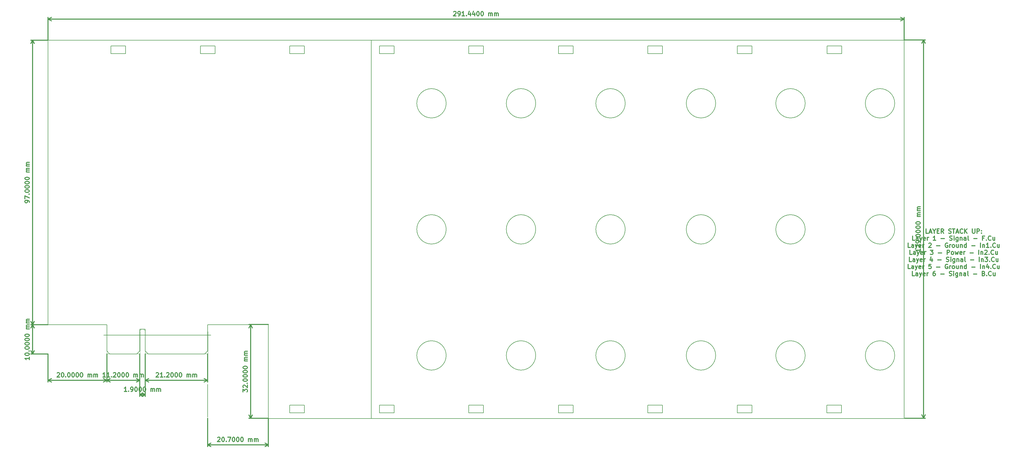
<source format=gbr>
G04 #@! TF.GenerationSoftware,KiCad,Pcbnew,6.0.7-f9a2dced07~116~ubuntu22.04.1*
G04 #@! TF.CreationDate,2023-04-06T13:37:09+01:00*
G04 #@! TF.ProjectId,hiltop_backplane_brd,68696c74-6f70-45f6-9261-636b706c616e,A*
G04 #@! TF.SameCoordinates,Original*
G04 #@! TF.FileFunction,OtherDrawing,Comment*
%FSLAX46Y46*%
G04 Gerber Fmt 4.6, Leading zero omitted, Abs format (unit mm)*
G04 Created by KiCad (PCBNEW 6.0.7-f9a2dced07~116~ubuntu22.04.1) date 2023-04-06 13:37:09*
%MOMM*%
%LPD*%
G01*
G04 APERTURE LIST*
%ADD10C,0.150000*%
G04 #@! TA.AperFunction,Profile*
%ADD11C,0.150000*%
G04 #@! TD*
%ADD12C,0.300000*%
%ADD13C,0.100000*%
G04 APERTURE END LIST*
D10*
X154300000Y-29200000D02*
X154300000Y-158200000D01*
X98600000Y-157700000D02*
X98600000Y-146500000D01*
X63200000Y-129800000D02*
X99700000Y-129800000D01*
D11*
X179840000Y-50700000D02*
G75*
G03*
X179840000Y-50700000I-5000000J0D01*
G01*
X210320000Y-50700000D02*
G75*
G03*
X210320000Y-50700000I-5000000J0D01*
G01*
X240800000Y-50700000D02*
G75*
G03*
X240800000Y-50700000I-5000000J0D01*
G01*
X210320000Y-93700000D02*
G75*
G03*
X210320000Y-93700000I-5000000J0D01*
G01*
X240800000Y-93700000D02*
G75*
G03*
X240800000Y-93700000I-5000000J0D01*
G01*
X179840000Y-136700000D02*
G75*
G03*
X179840000Y-136700000I-5000000J0D01*
G01*
X210320000Y-136700000D02*
G75*
G03*
X210320000Y-136700000I-5000000J0D01*
G01*
X240800000Y-136700000D02*
G75*
G03*
X240800000Y-136700000I-5000000J0D01*
G01*
X179840000Y-93700000D02*
G75*
G03*
X179840000Y-93700000I-5000000J0D01*
G01*
X248500000Y-31150000D02*
X248500000Y-33750000D01*
X284000000Y-33750000D02*
X284000000Y-31150000D01*
X271600000Y-136700000D02*
G75*
G03*
X271600000Y-136700000I-5000000J0D01*
G01*
X65300000Y-136200000D02*
X74500000Y-136200000D01*
X75500000Y-135200000D02*
X75500000Y-127700000D01*
X248500000Y-33750000D02*
X253500000Y-33750000D01*
X131600000Y-156250000D02*
X131600000Y-153650000D01*
X157100000Y-31150000D02*
X157100000Y-33750000D01*
X131600000Y-153650000D02*
X126600000Y-153650000D01*
X192550000Y-153650000D02*
X187550000Y-153650000D01*
X65650000Y-33750000D02*
X70650000Y-33750000D01*
X162100000Y-31150000D02*
X157100000Y-31150000D01*
X101150000Y-33750000D02*
X101150000Y-31150000D01*
X126600000Y-156250000D02*
X131600000Y-156250000D01*
X162100000Y-156250000D02*
X162100000Y-153650000D01*
X279000000Y-31150000D02*
X279000000Y-33750000D01*
X126600000Y-31150000D02*
X126600000Y-33750000D01*
X96150000Y-31150000D02*
X96150000Y-33750000D01*
X98600000Y-126200000D02*
X119300000Y-126200000D01*
X131600000Y-31150000D02*
X126600000Y-31150000D01*
X223050000Y-153650000D02*
X218050000Y-153650000D01*
X192550000Y-33750000D02*
X192550000Y-31150000D01*
X309450000Y-153650000D02*
X309450000Y-156250000D01*
X284000000Y-153650000D02*
X279000000Y-153650000D01*
X70650000Y-31150000D02*
X65650000Y-31150000D01*
X162100000Y-33750000D02*
X162100000Y-31150000D01*
X302080000Y-136700000D02*
G75*
G03*
X302080000Y-136700000I-5000000J0D01*
G01*
X309450000Y-156250000D02*
X314450000Y-156250000D01*
X284000000Y-156250000D02*
X284000000Y-153650000D01*
X248500000Y-156250000D02*
X253500000Y-156250000D01*
X157100000Y-156250000D02*
X162100000Y-156250000D01*
X248500000Y-153650000D02*
X248500000Y-156250000D01*
X218050000Y-156250000D02*
X223050000Y-156250000D01*
X218050000Y-31150000D02*
X218050000Y-33750000D01*
X162100000Y-153650000D02*
X157100000Y-153650000D01*
X332560000Y-93700000D02*
G75*
G03*
X332560000Y-93700000I-5000000J0D01*
G01*
X75500000Y-135200000D02*
X74500000Y-136200000D01*
X126600000Y-153650000D02*
X126600000Y-156250000D01*
X314450000Y-153650000D02*
X309450000Y-153650000D01*
X97600000Y-136200000D02*
X98600000Y-135200000D01*
X157100000Y-33750000D02*
X162100000Y-33750000D01*
X332560000Y-50700000D02*
G75*
G03*
X332560000Y-50700000I-5000000J0D01*
G01*
X70650000Y-33750000D02*
X70650000Y-31150000D01*
X223050000Y-156250000D02*
X223050000Y-153650000D01*
X271600000Y-50700000D02*
G75*
G03*
X271600000Y-50700000I-5000000J0D01*
G01*
X65650000Y-31150000D02*
X65650000Y-33750000D01*
X192550000Y-31150000D02*
X187550000Y-31150000D01*
X302080000Y-93700000D02*
G75*
G03*
X302080000Y-93700000I-5000000J0D01*
G01*
X187550000Y-153650000D02*
X187550000Y-156250000D01*
X44300000Y-29200000D02*
X335740000Y-29200000D01*
X131600000Y-33750000D02*
X131600000Y-31150000D01*
X96150000Y-33750000D02*
X101150000Y-33750000D01*
X187550000Y-33750000D02*
X192550000Y-33750000D01*
X64300000Y-135200000D02*
X64300000Y-126200000D01*
X314500000Y-31150000D02*
X309500000Y-31150000D01*
X218050000Y-153650000D02*
X218050000Y-156250000D01*
X271600000Y-93700000D02*
G75*
G03*
X271600000Y-93700000I-5000000J0D01*
G01*
X253500000Y-33750000D02*
X253500000Y-31150000D01*
X279000000Y-156250000D02*
X284000000Y-156250000D01*
X332560000Y-136700000D02*
G75*
G03*
X332560000Y-136700000I-5000000J0D01*
G01*
X77400000Y-135200000D02*
X78400000Y-136200000D01*
X119300000Y-136200000D02*
X119300000Y-158200000D01*
X309500000Y-31150000D02*
X309500000Y-33750000D01*
X44300000Y-126200000D02*
X44300000Y-29200000D01*
X218050000Y-33750000D02*
X223050000Y-33750000D01*
X314450000Y-156250000D02*
X314450000Y-153650000D01*
X284000000Y-31150000D02*
X279000000Y-31150000D01*
X119300000Y-126200000D02*
X119300000Y-136200000D01*
X78400000Y-136200000D02*
X97600000Y-136200000D01*
X279000000Y-153650000D02*
X279000000Y-156250000D01*
X279000000Y-33750000D02*
X284000000Y-33750000D01*
X253500000Y-153650000D02*
X248500000Y-153650000D01*
X64300000Y-135200000D02*
X65300000Y-136200000D01*
X187550000Y-156250000D02*
X192550000Y-156250000D01*
X75500000Y-127700000D02*
X77400000Y-127700000D01*
X101150000Y-31150000D02*
X96150000Y-31150000D01*
X192550000Y-156250000D02*
X192550000Y-153650000D01*
X253500000Y-31150000D02*
X248500000Y-31150000D01*
X126600000Y-33750000D02*
X131600000Y-33750000D01*
X98600000Y-135200000D02*
X98600000Y-127700000D01*
X335740000Y-29200000D02*
X335740000Y-158200000D01*
X187550000Y-31150000D02*
X187550000Y-33750000D01*
X302080000Y-50700000D02*
G75*
G03*
X302080000Y-50700000I-5000000J0D01*
G01*
X157100000Y-153650000D02*
X157100000Y-156250000D01*
X223050000Y-31150000D02*
X218050000Y-31150000D01*
X98600000Y-127700000D02*
X98600000Y-126200000D01*
X335740000Y-158200000D02*
X119300000Y-158200000D01*
X309500000Y-33750000D02*
X314500000Y-33750000D01*
X253500000Y-156250000D02*
X253500000Y-153650000D01*
X77400000Y-127700000D02*
X77400000Y-135200000D01*
X314500000Y-33750000D02*
X314500000Y-31150000D01*
X64300000Y-126200000D02*
X44300000Y-126200000D01*
X223050000Y-33750000D02*
X223050000Y-31150000D01*
D12*
X343935714Y-95033571D02*
X343221428Y-95033571D01*
X343221428Y-93533571D01*
X344364285Y-94605000D02*
X345078571Y-94605000D01*
X344221428Y-95033571D02*
X344721428Y-93533571D01*
X345221428Y-95033571D01*
X346007142Y-94319285D02*
X346007142Y-95033571D01*
X345507142Y-93533571D02*
X346007142Y-94319285D01*
X346507142Y-93533571D01*
X347007142Y-94247857D02*
X347507142Y-94247857D01*
X347721428Y-95033571D02*
X347007142Y-95033571D01*
X347007142Y-93533571D01*
X347721428Y-93533571D01*
X349221428Y-95033571D02*
X348721428Y-94319285D01*
X348364285Y-95033571D02*
X348364285Y-93533571D01*
X348935714Y-93533571D01*
X349078571Y-93605000D01*
X349150000Y-93676428D01*
X349221428Y-93819285D01*
X349221428Y-94033571D01*
X349150000Y-94176428D01*
X349078571Y-94247857D01*
X348935714Y-94319285D01*
X348364285Y-94319285D01*
X350935714Y-94962142D02*
X351150000Y-95033571D01*
X351507142Y-95033571D01*
X351650000Y-94962142D01*
X351721428Y-94890714D01*
X351792857Y-94747857D01*
X351792857Y-94605000D01*
X351721428Y-94462142D01*
X351650000Y-94390714D01*
X351507142Y-94319285D01*
X351221428Y-94247857D01*
X351078571Y-94176428D01*
X351007142Y-94105000D01*
X350935714Y-93962142D01*
X350935714Y-93819285D01*
X351007142Y-93676428D01*
X351078571Y-93605000D01*
X351221428Y-93533571D01*
X351578571Y-93533571D01*
X351792857Y-93605000D01*
X352221428Y-93533571D02*
X353078571Y-93533571D01*
X352650000Y-95033571D02*
X352650000Y-93533571D01*
X353507142Y-94605000D02*
X354221428Y-94605000D01*
X353364285Y-95033571D02*
X353864285Y-93533571D01*
X354364285Y-95033571D01*
X355721428Y-94890714D02*
X355650000Y-94962142D01*
X355435714Y-95033571D01*
X355292857Y-95033571D01*
X355078571Y-94962142D01*
X354935714Y-94819285D01*
X354864285Y-94676428D01*
X354792857Y-94390714D01*
X354792857Y-94176428D01*
X354864285Y-93890714D01*
X354935714Y-93747857D01*
X355078571Y-93605000D01*
X355292857Y-93533571D01*
X355435714Y-93533571D01*
X355650000Y-93605000D01*
X355721428Y-93676428D01*
X356364285Y-95033571D02*
X356364285Y-93533571D01*
X357221428Y-95033571D02*
X356578571Y-94176428D01*
X357221428Y-93533571D02*
X356364285Y-94390714D01*
X359007142Y-93533571D02*
X359007142Y-94747857D01*
X359078571Y-94890714D01*
X359150000Y-94962142D01*
X359292857Y-95033571D01*
X359578571Y-95033571D01*
X359721428Y-94962142D01*
X359792857Y-94890714D01*
X359864285Y-94747857D01*
X359864285Y-93533571D01*
X360578571Y-95033571D02*
X360578571Y-93533571D01*
X361150000Y-93533571D01*
X361292857Y-93605000D01*
X361364285Y-93676428D01*
X361435714Y-93819285D01*
X361435714Y-94033571D01*
X361364285Y-94176428D01*
X361292857Y-94247857D01*
X361150000Y-94319285D01*
X360578571Y-94319285D01*
X362078571Y-94890714D02*
X362150000Y-94962142D01*
X362078571Y-95033571D01*
X362007142Y-94962142D01*
X362078571Y-94890714D01*
X362078571Y-95033571D01*
X362078571Y-94105000D02*
X362150000Y-94176428D01*
X362078571Y-94247857D01*
X362007142Y-94176428D01*
X362078571Y-94105000D01*
X362078571Y-94247857D01*
X339400000Y-97448571D02*
X338685714Y-97448571D01*
X338685714Y-95948571D01*
X340542857Y-97448571D02*
X340542857Y-96662857D01*
X340471428Y-96520000D01*
X340328571Y-96448571D01*
X340042857Y-96448571D01*
X339900000Y-96520000D01*
X340542857Y-97377142D02*
X340400000Y-97448571D01*
X340042857Y-97448571D01*
X339900000Y-97377142D01*
X339828571Y-97234285D01*
X339828571Y-97091428D01*
X339900000Y-96948571D01*
X340042857Y-96877142D01*
X340400000Y-96877142D01*
X340542857Y-96805714D01*
X341114285Y-96448571D02*
X341471428Y-97448571D01*
X341828571Y-96448571D02*
X341471428Y-97448571D01*
X341328571Y-97805714D01*
X341257142Y-97877142D01*
X341114285Y-97948571D01*
X342971428Y-97377142D02*
X342828571Y-97448571D01*
X342542857Y-97448571D01*
X342400000Y-97377142D01*
X342328571Y-97234285D01*
X342328571Y-96662857D01*
X342400000Y-96520000D01*
X342542857Y-96448571D01*
X342828571Y-96448571D01*
X342971428Y-96520000D01*
X343042857Y-96662857D01*
X343042857Y-96805714D01*
X342328571Y-96948571D01*
X343685714Y-97448571D02*
X343685714Y-96448571D01*
X343685714Y-96734285D02*
X343757142Y-96591428D01*
X343828571Y-96520000D01*
X343971428Y-96448571D01*
X344114285Y-96448571D01*
X346542857Y-97448571D02*
X345685714Y-97448571D01*
X346114285Y-97448571D02*
X346114285Y-95948571D01*
X345971428Y-96162857D01*
X345828571Y-96305714D01*
X345685714Y-96377142D01*
X348328571Y-96877142D02*
X349471428Y-96877142D01*
X351257142Y-97377142D02*
X351471428Y-97448571D01*
X351828571Y-97448571D01*
X351971428Y-97377142D01*
X352042857Y-97305714D01*
X352114285Y-97162857D01*
X352114285Y-97020000D01*
X352042857Y-96877142D01*
X351971428Y-96805714D01*
X351828571Y-96734285D01*
X351542857Y-96662857D01*
X351400000Y-96591428D01*
X351328571Y-96520000D01*
X351257142Y-96377142D01*
X351257142Y-96234285D01*
X351328571Y-96091428D01*
X351400000Y-96020000D01*
X351542857Y-95948571D01*
X351900000Y-95948571D01*
X352114285Y-96020000D01*
X352757142Y-97448571D02*
X352757142Y-96448571D01*
X352757142Y-95948571D02*
X352685714Y-96020000D01*
X352757142Y-96091428D01*
X352828571Y-96020000D01*
X352757142Y-95948571D01*
X352757142Y-96091428D01*
X354114285Y-96448571D02*
X354114285Y-97662857D01*
X354042857Y-97805714D01*
X353971428Y-97877142D01*
X353828571Y-97948571D01*
X353614285Y-97948571D01*
X353471428Y-97877142D01*
X354114285Y-97377142D02*
X353971428Y-97448571D01*
X353685714Y-97448571D01*
X353542857Y-97377142D01*
X353471428Y-97305714D01*
X353400000Y-97162857D01*
X353400000Y-96734285D01*
X353471428Y-96591428D01*
X353542857Y-96520000D01*
X353685714Y-96448571D01*
X353971428Y-96448571D01*
X354114285Y-96520000D01*
X354828571Y-96448571D02*
X354828571Y-97448571D01*
X354828571Y-96591428D02*
X354900000Y-96520000D01*
X355042857Y-96448571D01*
X355257142Y-96448571D01*
X355400000Y-96520000D01*
X355471428Y-96662857D01*
X355471428Y-97448571D01*
X356828571Y-97448571D02*
X356828571Y-96662857D01*
X356757142Y-96520000D01*
X356614285Y-96448571D01*
X356328571Y-96448571D01*
X356185714Y-96520000D01*
X356828571Y-97377142D02*
X356685714Y-97448571D01*
X356328571Y-97448571D01*
X356185714Y-97377142D01*
X356114285Y-97234285D01*
X356114285Y-97091428D01*
X356185714Y-96948571D01*
X356328571Y-96877142D01*
X356685714Y-96877142D01*
X356828571Y-96805714D01*
X357757142Y-97448571D02*
X357614285Y-97377142D01*
X357542857Y-97234285D01*
X357542857Y-95948571D01*
X359471428Y-96877142D02*
X360614285Y-96877142D01*
X362971428Y-96662857D02*
X362471428Y-96662857D01*
X362471428Y-97448571D02*
X362471428Y-95948571D01*
X363185714Y-95948571D01*
X363757142Y-97305714D02*
X363828571Y-97377142D01*
X363757142Y-97448571D01*
X363685714Y-97377142D01*
X363757142Y-97305714D01*
X363757142Y-97448571D01*
X365328571Y-97305714D02*
X365257142Y-97377142D01*
X365042857Y-97448571D01*
X364900000Y-97448571D01*
X364685714Y-97377142D01*
X364542857Y-97234285D01*
X364471428Y-97091428D01*
X364400000Y-96805714D01*
X364400000Y-96591428D01*
X364471428Y-96305714D01*
X364542857Y-96162857D01*
X364685714Y-96020000D01*
X364900000Y-95948571D01*
X365042857Y-95948571D01*
X365257142Y-96020000D01*
X365328571Y-96091428D01*
X366614285Y-96448571D02*
X366614285Y-97448571D01*
X365971428Y-96448571D02*
X365971428Y-97234285D01*
X366042857Y-97377142D01*
X366185714Y-97448571D01*
X366400000Y-97448571D01*
X366542857Y-97377142D01*
X366614285Y-97305714D01*
X337864285Y-99863571D02*
X337150000Y-99863571D01*
X337150000Y-98363571D01*
X339007142Y-99863571D02*
X339007142Y-99077857D01*
X338935714Y-98935000D01*
X338792857Y-98863571D01*
X338507142Y-98863571D01*
X338364285Y-98935000D01*
X339007142Y-99792142D02*
X338864285Y-99863571D01*
X338507142Y-99863571D01*
X338364285Y-99792142D01*
X338292857Y-99649285D01*
X338292857Y-99506428D01*
X338364285Y-99363571D01*
X338507142Y-99292142D01*
X338864285Y-99292142D01*
X339007142Y-99220714D01*
X339578571Y-98863571D02*
X339935714Y-99863571D01*
X340292857Y-98863571D02*
X339935714Y-99863571D01*
X339792857Y-100220714D01*
X339721428Y-100292142D01*
X339578571Y-100363571D01*
X341435714Y-99792142D02*
X341292857Y-99863571D01*
X341007142Y-99863571D01*
X340864285Y-99792142D01*
X340792857Y-99649285D01*
X340792857Y-99077857D01*
X340864285Y-98935000D01*
X341007142Y-98863571D01*
X341292857Y-98863571D01*
X341435714Y-98935000D01*
X341507142Y-99077857D01*
X341507142Y-99220714D01*
X340792857Y-99363571D01*
X342150000Y-99863571D02*
X342150000Y-98863571D01*
X342150000Y-99149285D02*
X342221428Y-99006428D01*
X342292857Y-98935000D01*
X342435714Y-98863571D01*
X342578571Y-98863571D01*
X344150000Y-98506428D02*
X344221428Y-98435000D01*
X344364285Y-98363571D01*
X344721428Y-98363571D01*
X344864285Y-98435000D01*
X344935714Y-98506428D01*
X345007142Y-98649285D01*
X345007142Y-98792142D01*
X344935714Y-99006428D01*
X344078571Y-99863571D01*
X345007142Y-99863571D01*
X346792857Y-99292142D02*
X347935714Y-99292142D01*
X350578571Y-98435000D02*
X350435714Y-98363571D01*
X350221428Y-98363571D01*
X350007142Y-98435000D01*
X349864285Y-98577857D01*
X349792857Y-98720714D01*
X349721428Y-99006428D01*
X349721428Y-99220714D01*
X349792857Y-99506428D01*
X349864285Y-99649285D01*
X350007142Y-99792142D01*
X350221428Y-99863571D01*
X350364285Y-99863571D01*
X350578571Y-99792142D01*
X350650000Y-99720714D01*
X350650000Y-99220714D01*
X350364285Y-99220714D01*
X351292857Y-99863571D02*
X351292857Y-98863571D01*
X351292857Y-99149285D02*
X351364285Y-99006428D01*
X351435714Y-98935000D01*
X351578571Y-98863571D01*
X351721428Y-98863571D01*
X352435714Y-99863571D02*
X352292857Y-99792142D01*
X352221428Y-99720714D01*
X352150000Y-99577857D01*
X352150000Y-99149285D01*
X352221428Y-99006428D01*
X352292857Y-98935000D01*
X352435714Y-98863571D01*
X352650000Y-98863571D01*
X352792857Y-98935000D01*
X352864285Y-99006428D01*
X352935714Y-99149285D01*
X352935714Y-99577857D01*
X352864285Y-99720714D01*
X352792857Y-99792142D01*
X352650000Y-99863571D01*
X352435714Y-99863571D01*
X354221428Y-98863571D02*
X354221428Y-99863571D01*
X353578571Y-98863571D02*
X353578571Y-99649285D01*
X353650000Y-99792142D01*
X353792857Y-99863571D01*
X354007142Y-99863571D01*
X354150000Y-99792142D01*
X354221428Y-99720714D01*
X354935714Y-98863571D02*
X354935714Y-99863571D01*
X354935714Y-99006428D02*
X355007142Y-98935000D01*
X355150000Y-98863571D01*
X355364285Y-98863571D01*
X355507142Y-98935000D01*
X355578571Y-99077857D01*
X355578571Y-99863571D01*
X356935714Y-99863571D02*
X356935714Y-98363571D01*
X356935714Y-99792142D02*
X356792857Y-99863571D01*
X356507142Y-99863571D01*
X356364285Y-99792142D01*
X356292857Y-99720714D01*
X356221428Y-99577857D01*
X356221428Y-99149285D01*
X356292857Y-99006428D01*
X356364285Y-98935000D01*
X356507142Y-98863571D01*
X356792857Y-98863571D01*
X356935714Y-98935000D01*
X358792857Y-99292142D02*
X359935714Y-99292142D01*
X361792857Y-99863571D02*
X361792857Y-98363571D01*
X362507142Y-98863571D02*
X362507142Y-99863571D01*
X362507142Y-99006428D02*
X362578571Y-98935000D01*
X362721428Y-98863571D01*
X362935714Y-98863571D01*
X363078571Y-98935000D01*
X363150000Y-99077857D01*
X363150000Y-99863571D01*
X364650000Y-99863571D02*
X363792857Y-99863571D01*
X364221428Y-99863571D02*
X364221428Y-98363571D01*
X364078571Y-98577857D01*
X363935714Y-98720714D01*
X363792857Y-98792142D01*
X365292857Y-99720714D02*
X365364285Y-99792142D01*
X365292857Y-99863571D01*
X365221428Y-99792142D01*
X365292857Y-99720714D01*
X365292857Y-99863571D01*
X366864285Y-99720714D02*
X366792857Y-99792142D01*
X366578571Y-99863571D01*
X366435714Y-99863571D01*
X366221428Y-99792142D01*
X366078571Y-99649285D01*
X366007142Y-99506428D01*
X365935714Y-99220714D01*
X365935714Y-99006428D01*
X366007142Y-98720714D01*
X366078571Y-98577857D01*
X366221428Y-98435000D01*
X366435714Y-98363571D01*
X366578571Y-98363571D01*
X366792857Y-98435000D01*
X366864285Y-98506428D01*
X368150000Y-98863571D02*
X368150000Y-99863571D01*
X367507142Y-98863571D02*
X367507142Y-99649285D01*
X367578571Y-99792142D01*
X367721428Y-99863571D01*
X367935714Y-99863571D01*
X368078571Y-99792142D01*
X368150000Y-99720714D01*
X338471428Y-102278571D02*
X337757142Y-102278571D01*
X337757142Y-100778571D01*
X339614285Y-102278571D02*
X339614285Y-101492857D01*
X339542857Y-101350000D01*
X339400000Y-101278571D01*
X339114285Y-101278571D01*
X338971428Y-101350000D01*
X339614285Y-102207142D02*
X339471428Y-102278571D01*
X339114285Y-102278571D01*
X338971428Y-102207142D01*
X338900000Y-102064285D01*
X338900000Y-101921428D01*
X338971428Y-101778571D01*
X339114285Y-101707142D01*
X339471428Y-101707142D01*
X339614285Y-101635714D01*
X340185714Y-101278571D02*
X340542857Y-102278571D01*
X340900000Y-101278571D02*
X340542857Y-102278571D01*
X340400000Y-102635714D01*
X340328571Y-102707142D01*
X340185714Y-102778571D01*
X342042857Y-102207142D02*
X341900000Y-102278571D01*
X341614285Y-102278571D01*
X341471428Y-102207142D01*
X341400000Y-102064285D01*
X341400000Y-101492857D01*
X341471428Y-101350000D01*
X341614285Y-101278571D01*
X341900000Y-101278571D01*
X342042857Y-101350000D01*
X342114285Y-101492857D01*
X342114285Y-101635714D01*
X341400000Y-101778571D01*
X342757142Y-102278571D02*
X342757142Y-101278571D01*
X342757142Y-101564285D02*
X342828571Y-101421428D01*
X342900000Y-101350000D01*
X343042857Y-101278571D01*
X343185714Y-101278571D01*
X344685714Y-100778571D02*
X345614285Y-100778571D01*
X345114285Y-101350000D01*
X345328571Y-101350000D01*
X345471428Y-101421428D01*
X345542857Y-101492857D01*
X345614285Y-101635714D01*
X345614285Y-101992857D01*
X345542857Y-102135714D01*
X345471428Y-102207142D01*
X345328571Y-102278571D01*
X344900000Y-102278571D01*
X344757142Y-102207142D01*
X344685714Y-102135714D01*
X347400000Y-101707142D02*
X348542857Y-101707142D01*
X350400000Y-102278571D02*
X350400000Y-100778571D01*
X350971428Y-100778571D01*
X351114285Y-100850000D01*
X351185714Y-100921428D01*
X351257142Y-101064285D01*
X351257142Y-101278571D01*
X351185714Y-101421428D01*
X351114285Y-101492857D01*
X350971428Y-101564285D01*
X350400000Y-101564285D01*
X352114285Y-102278571D02*
X351971428Y-102207142D01*
X351900000Y-102135714D01*
X351828571Y-101992857D01*
X351828571Y-101564285D01*
X351900000Y-101421428D01*
X351971428Y-101350000D01*
X352114285Y-101278571D01*
X352328571Y-101278571D01*
X352471428Y-101350000D01*
X352542857Y-101421428D01*
X352614285Y-101564285D01*
X352614285Y-101992857D01*
X352542857Y-102135714D01*
X352471428Y-102207142D01*
X352328571Y-102278571D01*
X352114285Y-102278571D01*
X353114285Y-101278571D02*
X353400000Y-102278571D01*
X353685714Y-101564285D01*
X353971428Y-102278571D01*
X354257142Y-101278571D01*
X355400000Y-102207142D02*
X355257142Y-102278571D01*
X354971428Y-102278571D01*
X354828571Y-102207142D01*
X354757142Y-102064285D01*
X354757142Y-101492857D01*
X354828571Y-101350000D01*
X354971428Y-101278571D01*
X355257142Y-101278571D01*
X355400000Y-101350000D01*
X355471428Y-101492857D01*
X355471428Y-101635714D01*
X354757142Y-101778571D01*
X356114285Y-102278571D02*
X356114285Y-101278571D01*
X356114285Y-101564285D02*
X356185714Y-101421428D01*
X356257142Y-101350000D01*
X356400000Y-101278571D01*
X356542857Y-101278571D01*
X358185714Y-101707142D02*
X359328571Y-101707142D01*
X361185714Y-102278571D02*
X361185714Y-100778571D01*
X361900000Y-101278571D02*
X361900000Y-102278571D01*
X361900000Y-101421428D02*
X361971428Y-101350000D01*
X362114285Y-101278571D01*
X362328571Y-101278571D01*
X362471428Y-101350000D01*
X362542857Y-101492857D01*
X362542857Y-102278571D01*
X363185714Y-100921428D02*
X363257142Y-100850000D01*
X363400000Y-100778571D01*
X363757142Y-100778571D01*
X363900000Y-100850000D01*
X363971428Y-100921428D01*
X364042857Y-101064285D01*
X364042857Y-101207142D01*
X363971428Y-101421428D01*
X363114285Y-102278571D01*
X364042857Y-102278571D01*
X364685714Y-102135714D02*
X364757142Y-102207142D01*
X364685714Y-102278571D01*
X364614285Y-102207142D01*
X364685714Y-102135714D01*
X364685714Y-102278571D01*
X366257142Y-102135714D02*
X366185714Y-102207142D01*
X365971428Y-102278571D01*
X365828571Y-102278571D01*
X365614285Y-102207142D01*
X365471428Y-102064285D01*
X365400000Y-101921428D01*
X365328571Y-101635714D01*
X365328571Y-101421428D01*
X365400000Y-101135714D01*
X365471428Y-100992857D01*
X365614285Y-100850000D01*
X365828571Y-100778571D01*
X365971428Y-100778571D01*
X366185714Y-100850000D01*
X366257142Y-100921428D01*
X367542857Y-101278571D02*
X367542857Y-102278571D01*
X366900000Y-101278571D02*
X366900000Y-102064285D01*
X366971428Y-102207142D01*
X367114285Y-102278571D01*
X367328571Y-102278571D01*
X367471428Y-102207142D01*
X367542857Y-102135714D01*
X338292857Y-104693571D02*
X337578571Y-104693571D01*
X337578571Y-103193571D01*
X339435714Y-104693571D02*
X339435714Y-103907857D01*
X339364285Y-103765000D01*
X339221428Y-103693571D01*
X338935714Y-103693571D01*
X338792857Y-103765000D01*
X339435714Y-104622142D02*
X339292857Y-104693571D01*
X338935714Y-104693571D01*
X338792857Y-104622142D01*
X338721428Y-104479285D01*
X338721428Y-104336428D01*
X338792857Y-104193571D01*
X338935714Y-104122142D01*
X339292857Y-104122142D01*
X339435714Y-104050714D01*
X340007142Y-103693571D02*
X340364285Y-104693571D01*
X340721428Y-103693571D02*
X340364285Y-104693571D01*
X340221428Y-105050714D01*
X340150000Y-105122142D01*
X340007142Y-105193571D01*
X341864285Y-104622142D02*
X341721428Y-104693571D01*
X341435714Y-104693571D01*
X341292857Y-104622142D01*
X341221428Y-104479285D01*
X341221428Y-103907857D01*
X341292857Y-103765000D01*
X341435714Y-103693571D01*
X341721428Y-103693571D01*
X341864285Y-103765000D01*
X341935714Y-103907857D01*
X341935714Y-104050714D01*
X341221428Y-104193571D01*
X342578571Y-104693571D02*
X342578571Y-103693571D01*
X342578571Y-103979285D02*
X342650000Y-103836428D01*
X342721428Y-103765000D01*
X342864285Y-103693571D01*
X343007142Y-103693571D01*
X345292857Y-103693571D02*
X345292857Y-104693571D01*
X344935714Y-103122142D02*
X344578571Y-104193571D01*
X345507142Y-104193571D01*
X347221428Y-104122142D02*
X348364285Y-104122142D01*
X350150000Y-104622142D02*
X350364285Y-104693571D01*
X350721428Y-104693571D01*
X350864285Y-104622142D01*
X350935714Y-104550714D01*
X351007142Y-104407857D01*
X351007142Y-104265000D01*
X350935714Y-104122142D01*
X350864285Y-104050714D01*
X350721428Y-103979285D01*
X350435714Y-103907857D01*
X350292857Y-103836428D01*
X350221428Y-103765000D01*
X350150000Y-103622142D01*
X350150000Y-103479285D01*
X350221428Y-103336428D01*
X350292857Y-103265000D01*
X350435714Y-103193571D01*
X350792857Y-103193571D01*
X351007142Y-103265000D01*
X351650000Y-104693571D02*
X351650000Y-103693571D01*
X351650000Y-103193571D02*
X351578571Y-103265000D01*
X351650000Y-103336428D01*
X351721428Y-103265000D01*
X351650000Y-103193571D01*
X351650000Y-103336428D01*
X353007142Y-103693571D02*
X353007142Y-104907857D01*
X352935714Y-105050714D01*
X352864285Y-105122142D01*
X352721428Y-105193571D01*
X352507142Y-105193571D01*
X352364285Y-105122142D01*
X353007142Y-104622142D02*
X352864285Y-104693571D01*
X352578571Y-104693571D01*
X352435714Y-104622142D01*
X352364285Y-104550714D01*
X352292857Y-104407857D01*
X352292857Y-103979285D01*
X352364285Y-103836428D01*
X352435714Y-103765000D01*
X352578571Y-103693571D01*
X352864285Y-103693571D01*
X353007142Y-103765000D01*
X353721428Y-103693571D02*
X353721428Y-104693571D01*
X353721428Y-103836428D02*
X353792857Y-103765000D01*
X353935714Y-103693571D01*
X354150000Y-103693571D01*
X354292857Y-103765000D01*
X354364285Y-103907857D01*
X354364285Y-104693571D01*
X355721428Y-104693571D02*
X355721428Y-103907857D01*
X355650000Y-103765000D01*
X355507142Y-103693571D01*
X355221428Y-103693571D01*
X355078571Y-103765000D01*
X355721428Y-104622142D02*
X355578571Y-104693571D01*
X355221428Y-104693571D01*
X355078571Y-104622142D01*
X355007142Y-104479285D01*
X355007142Y-104336428D01*
X355078571Y-104193571D01*
X355221428Y-104122142D01*
X355578571Y-104122142D01*
X355721428Y-104050714D01*
X356650000Y-104693571D02*
X356507142Y-104622142D01*
X356435714Y-104479285D01*
X356435714Y-103193571D01*
X358364285Y-104122142D02*
X359507142Y-104122142D01*
X361364285Y-104693571D02*
X361364285Y-103193571D01*
X362078571Y-103693571D02*
X362078571Y-104693571D01*
X362078571Y-103836428D02*
X362150000Y-103765000D01*
X362292857Y-103693571D01*
X362507142Y-103693571D01*
X362650000Y-103765000D01*
X362721428Y-103907857D01*
X362721428Y-104693571D01*
X363292857Y-103193571D02*
X364221428Y-103193571D01*
X363721428Y-103765000D01*
X363935714Y-103765000D01*
X364078571Y-103836428D01*
X364150000Y-103907857D01*
X364221428Y-104050714D01*
X364221428Y-104407857D01*
X364150000Y-104550714D01*
X364078571Y-104622142D01*
X363935714Y-104693571D01*
X363507142Y-104693571D01*
X363364285Y-104622142D01*
X363292857Y-104550714D01*
X364864285Y-104550714D02*
X364935714Y-104622142D01*
X364864285Y-104693571D01*
X364792857Y-104622142D01*
X364864285Y-104550714D01*
X364864285Y-104693571D01*
X366435714Y-104550714D02*
X366364285Y-104622142D01*
X366150000Y-104693571D01*
X366007142Y-104693571D01*
X365792857Y-104622142D01*
X365650000Y-104479285D01*
X365578571Y-104336428D01*
X365507142Y-104050714D01*
X365507142Y-103836428D01*
X365578571Y-103550714D01*
X365650000Y-103407857D01*
X365792857Y-103265000D01*
X366007142Y-103193571D01*
X366150000Y-103193571D01*
X366364285Y-103265000D01*
X366435714Y-103336428D01*
X367721428Y-103693571D02*
X367721428Y-104693571D01*
X367078571Y-103693571D02*
X367078571Y-104479285D01*
X367150000Y-104622142D01*
X367292857Y-104693571D01*
X367507142Y-104693571D01*
X367650000Y-104622142D01*
X367721428Y-104550714D01*
X337864285Y-107108571D02*
X337150000Y-107108571D01*
X337150000Y-105608571D01*
X339007142Y-107108571D02*
X339007142Y-106322857D01*
X338935714Y-106180000D01*
X338792857Y-106108571D01*
X338507142Y-106108571D01*
X338364285Y-106180000D01*
X339007142Y-107037142D02*
X338864285Y-107108571D01*
X338507142Y-107108571D01*
X338364285Y-107037142D01*
X338292857Y-106894285D01*
X338292857Y-106751428D01*
X338364285Y-106608571D01*
X338507142Y-106537142D01*
X338864285Y-106537142D01*
X339007142Y-106465714D01*
X339578571Y-106108571D02*
X339935714Y-107108571D01*
X340292857Y-106108571D02*
X339935714Y-107108571D01*
X339792857Y-107465714D01*
X339721428Y-107537142D01*
X339578571Y-107608571D01*
X341435714Y-107037142D02*
X341292857Y-107108571D01*
X341007142Y-107108571D01*
X340864285Y-107037142D01*
X340792857Y-106894285D01*
X340792857Y-106322857D01*
X340864285Y-106180000D01*
X341007142Y-106108571D01*
X341292857Y-106108571D01*
X341435714Y-106180000D01*
X341507142Y-106322857D01*
X341507142Y-106465714D01*
X340792857Y-106608571D01*
X342150000Y-107108571D02*
X342150000Y-106108571D01*
X342150000Y-106394285D02*
X342221428Y-106251428D01*
X342292857Y-106180000D01*
X342435714Y-106108571D01*
X342578571Y-106108571D01*
X344935714Y-105608571D02*
X344221428Y-105608571D01*
X344150000Y-106322857D01*
X344221428Y-106251428D01*
X344364285Y-106180000D01*
X344721428Y-106180000D01*
X344864285Y-106251428D01*
X344935714Y-106322857D01*
X345007142Y-106465714D01*
X345007142Y-106822857D01*
X344935714Y-106965714D01*
X344864285Y-107037142D01*
X344721428Y-107108571D01*
X344364285Y-107108571D01*
X344221428Y-107037142D01*
X344150000Y-106965714D01*
X346792857Y-106537142D02*
X347935714Y-106537142D01*
X350578571Y-105680000D02*
X350435714Y-105608571D01*
X350221428Y-105608571D01*
X350007142Y-105680000D01*
X349864285Y-105822857D01*
X349792857Y-105965714D01*
X349721428Y-106251428D01*
X349721428Y-106465714D01*
X349792857Y-106751428D01*
X349864285Y-106894285D01*
X350007142Y-107037142D01*
X350221428Y-107108571D01*
X350364285Y-107108571D01*
X350578571Y-107037142D01*
X350650000Y-106965714D01*
X350650000Y-106465714D01*
X350364285Y-106465714D01*
X351292857Y-107108571D02*
X351292857Y-106108571D01*
X351292857Y-106394285D02*
X351364285Y-106251428D01*
X351435714Y-106180000D01*
X351578571Y-106108571D01*
X351721428Y-106108571D01*
X352435714Y-107108571D02*
X352292857Y-107037142D01*
X352221428Y-106965714D01*
X352150000Y-106822857D01*
X352150000Y-106394285D01*
X352221428Y-106251428D01*
X352292857Y-106180000D01*
X352435714Y-106108571D01*
X352650000Y-106108571D01*
X352792857Y-106180000D01*
X352864285Y-106251428D01*
X352935714Y-106394285D01*
X352935714Y-106822857D01*
X352864285Y-106965714D01*
X352792857Y-107037142D01*
X352650000Y-107108571D01*
X352435714Y-107108571D01*
X354221428Y-106108571D02*
X354221428Y-107108571D01*
X353578571Y-106108571D02*
X353578571Y-106894285D01*
X353650000Y-107037142D01*
X353792857Y-107108571D01*
X354007142Y-107108571D01*
X354150000Y-107037142D01*
X354221428Y-106965714D01*
X354935714Y-106108571D02*
X354935714Y-107108571D01*
X354935714Y-106251428D02*
X355007142Y-106180000D01*
X355150000Y-106108571D01*
X355364285Y-106108571D01*
X355507142Y-106180000D01*
X355578571Y-106322857D01*
X355578571Y-107108571D01*
X356935714Y-107108571D02*
X356935714Y-105608571D01*
X356935714Y-107037142D02*
X356792857Y-107108571D01*
X356507142Y-107108571D01*
X356364285Y-107037142D01*
X356292857Y-106965714D01*
X356221428Y-106822857D01*
X356221428Y-106394285D01*
X356292857Y-106251428D01*
X356364285Y-106180000D01*
X356507142Y-106108571D01*
X356792857Y-106108571D01*
X356935714Y-106180000D01*
X358792857Y-106537142D02*
X359935714Y-106537142D01*
X361792857Y-107108571D02*
X361792857Y-105608571D01*
X362507142Y-106108571D02*
X362507142Y-107108571D01*
X362507142Y-106251428D02*
X362578571Y-106180000D01*
X362721428Y-106108571D01*
X362935714Y-106108571D01*
X363078571Y-106180000D01*
X363150000Y-106322857D01*
X363150000Y-107108571D01*
X364507142Y-106108571D02*
X364507142Y-107108571D01*
X364150000Y-105537142D02*
X363792857Y-106608571D01*
X364721428Y-106608571D01*
X365292857Y-106965714D02*
X365364285Y-107037142D01*
X365292857Y-107108571D01*
X365221428Y-107037142D01*
X365292857Y-106965714D01*
X365292857Y-107108571D01*
X366864285Y-106965714D02*
X366792857Y-107037142D01*
X366578571Y-107108571D01*
X366435714Y-107108571D01*
X366221428Y-107037142D01*
X366078571Y-106894285D01*
X366007142Y-106751428D01*
X365935714Y-106465714D01*
X365935714Y-106251428D01*
X366007142Y-105965714D01*
X366078571Y-105822857D01*
X366221428Y-105680000D01*
X366435714Y-105608571D01*
X366578571Y-105608571D01*
X366792857Y-105680000D01*
X366864285Y-105751428D01*
X368150000Y-106108571D02*
X368150000Y-107108571D01*
X367507142Y-106108571D02*
X367507142Y-106894285D01*
X367578571Y-107037142D01*
X367721428Y-107108571D01*
X367935714Y-107108571D01*
X368078571Y-107037142D01*
X368150000Y-106965714D01*
X339292857Y-109523571D02*
X338578571Y-109523571D01*
X338578571Y-108023571D01*
X340435714Y-109523571D02*
X340435714Y-108737857D01*
X340364285Y-108595000D01*
X340221428Y-108523571D01*
X339935714Y-108523571D01*
X339792857Y-108595000D01*
X340435714Y-109452142D02*
X340292857Y-109523571D01*
X339935714Y-109523571D01*
X339792857Y-109452142D01*
X339721428Y-109309285D01*
X339721428Y-109166428D01*
X339792857Y-109023571D01*
X339935714Y-108952142D01*
X340292857Y-108952142D01*
X340435714Y-108880714D01*
X341007142Y-108523571D02*
X341364285Y-109523571D01*
X341721428Y-108523571D02*
X341364285Y-109523571D01*
X341221428Y-109880714D01*
X341150000Y-109952142D01*
X341007142Y-110023571D01*
X342864285Y-109452142D02*
X342721428Y-109523571D01*
X342435714Y-109523571D01*
X342292857Y-109452142D01*
X342221428Y-109309285D01*
X342221428Y-108737857D01*
X342292857Y-108595000D01*
X342435714Y-108523571D01*
X342721428Y-108523571D01*
X342864285Y-108595000D01*
X342935714Y-108737857D01*
X342935714Y-108880714D01*
X342221428Y-109023571D01*
X343578571Y-109523571D02*
X343578571Y-108523571D01*
X343578571Y-108809285D02*
X343650000Y-108666428D01*
X343721428Y-108595000D01*
X343864285Y-108523571D01*
X344007142Y-108523571D01*
X346292857Y-108023571D02*
X346007142Y-108023571D01*
X345864285Y-108095000D01*
X345792857Y-108166428D01*
X345650000Y-108380714D01*
X345578571Y-108666428D01*
X345578571Y-109237857D01*
X345650000Y-109380714D01*
X345721428Y-109452142D01*
X345864285Y-109523571D01*
X346150000Y-109523571D01*
X346292857Y-109452142D01*
X346364285Y-109380714D01*
X346435714Y-109237857D01*
X346435714Y-108880714D01*
X346364285Y-108737857D01*
X346292857Y-108666428D01*
X346150000Y-108595000D01*
X345864285Y-108595000D01*
X345721428Y-108666428D01*
X345650000Y-108737857D01*
X345578571Y-108880714D01*
X348221428Y-108952142D02*
X349364285Y-108952142D01*
X351150000Y-109452142D02*
X351364285Y-109523571D01*
X351721428Y-109523571D01*
X351864285Y-109452142D01*
X351935714Y-109380714D01*
X352007142Y-109237857D01*
X352007142Y-109095000D01*
X351935714Y-108952142D01*
X351864285Y-108880714D01*
X351721428Y-108809285D01*
X351435714Y-108737857D01*
X351292857Y-108666428D01*
X351221428Y-108595000D01*
X351150000Y-108452142D01*
X351150000Y-108309285D01*
X351221428Y-108166428D01*
X351292857Y-108095000D01*
X351435714Y-108023571D01*
X351792857Y-108023571D01*
X352007142Y-108095000D01*
X352650000Y-109523571D02*
X352650000Y-108523571D01*
X352650000Y-108023571D02*
X352578571Y-108095000D01*
X352650000Y-108166428D01*
X352721428Y-108095000D01*
X352650000Y-108023571D01*
X352650000Y-108166428D01*
X354007142Y-108523571D02*
X354007142Y-109737857D01*
X353935714Y-109880714D01*
X353864285Y-109952142D01*
X353721428Y-110023571D01*
X353507142Y-110023571D01*
X353364285Y-109952142D01*
X354007142Y-109452142D02*
X353864285Y-109523571D01*
X353578571Y-109523571D01*
X353435714Y-109452142D01*
X353364285Y-109380714D01*
X353292857Y-109237857D01*
X353292857Y-108809285D01*
X353364285Y-108666428D01*
X353435714Y-108595000D01*
X353578571Y-108523571D01*
X353864285Y-108523571D01*
X354007142Y-108595000D01*
X354721428Y-108523571D02*
X354721428Y-109523571D01*
X354721428Y-108666428D02*
X354792857Y-108595000D01*
X354935714Y-108523571D01*
X355150000Y-108523571D01*
X355292857Y-108595000D01*
X355364285Y-108737857D01*
X355364285Y-109523571D01*
X356721428Y-109523571D02*
X356721428Y-108737857D01*
X356650000Y-108595000D01*
X356507142Y-108523571D01*
X356221428Y-108523571D01*
X356078571Y-108595000D01*
X356721428Y-109452142D02*
X356578571Y-109523571D01*
X356221428Y-109523571D01*
X356078571Y-109452142D01*
X356007142Y-109309285D01*
X356007142Y-109166428D01*
X356078571Y-109023571D01*
X356221428Y-108952142D01*
X356578571Y-108952142D01*
X356721428Y-108880714D01*
X357650000Y-109523571D02*
X357507142Y-109452142D01*
X357435714Y-109309285D01*
X357435714Y-108023571D01*
X359364285Y-108952142D02*
X360507142Y-108952142D01*
X362864285Y-108737857D02*
X363078571Y-108809285D01*
X363150000Y-108880714D01*
X363221428Y-109023571D01*
X363221428Y-109237857D01*
X363150000Y-109380714D01*
X363078571Y-109452142D01*
X362935714Y-109523571D01*
X362364285Y-109523571D01*
X362364285Y-108023571D01*
X362864285Y-108023571D01*
X363007142Y-108095000D01*
X363078571Y-108166428D01*
X363150000Y-108309285D01*
X363150000Y-108452142D01*
X363078571Y-108595000D01*
X363007142Y-108666428D01*
X362864285Y-108737857D01*
X362364285Y-108737857D01*
X363864285Y-109380714D02*
X363935714Y-109452142D01*
X363864285Y-109523571D01*
X363792857Y-109452142D01*
X363864285Y-109380714D01*
X363864285Y-109523571D01*
X365435714Y-109380714D02*
X365364285Y-109452142D01*
X365150000Y-109523571D01*
X365007142Y-109523571D01*
X364792857Y-109452142D01*
X364650000Y-109309285D01*
X364578571Y-109166428D01*
X364507142Y-108880714D01*
X364507142Y-108666428D01*
X364578571Y-108380714D01*
X364650000Y-108237857D01*
X364792857Y-108095000D01*
X365007142Y-108023571D01*
X365150000Y-108023571D01*
X365364285Y-108095000D01*
X365435714Y-108166428D01*
X366721428Y-108523571D02*
X366721428Y-109523571D01*
X366078571Y-108523571D02*
X366078571Y-109309285D01*
X366150000Y-109452142D01*
X366292857Y-109523571D01*
X366507142Y-109523571D01*
X366650000Y-109452142D01*
X366721428Y-109380714D01*
X102021428Y-164746677D02*
X102092857Y-164675249D01*
X102235714Y-164603820D01*
X102592857Y-164603820D01*
X102735714Y-164675249D01*
X102807142Y-164746677D01*
X102878571Y-164889534D01*
X102878571Y-165032391D01*
X102807142Y-165246677D01*
X101950000Y-166103820D01*
X102878571Y-166103820D01*
X103807142Y-164603820D02*
X103950000Y-164603820D01*
X104092857Y-164675249D01*
X104164285Y-164746677D01*
X104235714Y-164889534D01*
X104307142Y-165175249D01*
X104307142Y-165532391D01*
X104235714Y-165818106D01*
X104164285Y-165960963D01*
X104092857Y-166032391D01*
X103950000Y-166103820D01*
X103807142Y-166103820D01*
X103664285Y-166032391D01*
X103592857Y-165960963D01*
X103521428Y-165818106D01*
X103450000Y-165532391D01*
X103450000Y-165175249D01*
X103521428Y-164889534D01*
X103592857Y-164746677D01*
X103664285Y-164675249D01*
X103807142Y-164603820D01*
X104950000Y-165960963D02*
X105021428Y-166032391D01*
X104950000Y-166103820D01*
X104878571Y-166032391D01*
X104950000Y-165960963D01*
X104950000Y-166103820D01*
X105521428Y-164603820D02*
X106521428Y-164603820D01*
X105878571Y-166103820D01*
X107378571Y-164603820D02*
X107521428Y-164603820D01*
X107664285Y-164675249D01*
X107735714Y-164746677D01*
X107807142Y-164889534D01*
X107878571Y-165175249D01*
X107878571Y-165532391D01*
X107807142Y-165818106D01*
X107735714Y-165960963D01*
X107664285Y-166032391D01*
X107521428Y-166103820D01*
X107378571Y-166103820D01*
X107235714Y-166032391D01*
X107164285Y-165960963D01*
X107092857Y-165818106D01*
X107021428Y-165532391D01*
X107021428Y-165175249D01*
X107092857Y-164889534D01*
X107164285Y-164746677D01*
X107235714Y-164675249D01*
X107378571Y-164603820D01*
X108807142Y-164603820D02*
X108950000Y-164603820D01*
X109092857Y-164675249D01*
X109164285Y-164746677D01*
X109235714Y-164889534D01*
X109307142Y-165175249D01*
X109307142Y-165532391D01*
X109235714Y-165818106D01*
X109164285Y-165960963D01*
X109092857Y-166032391D01*
X108950000Y-166103820D01*
X108807142Y-166103820D01*
X108664285Y-166032391D01*
X108592857Y-165960963D01*
X108521428Y-165818106D01*
X108450000Y-165532391D01*
X108450000Y-165175249D01*
X108521428Y-164889534D01*
X108592857Y-164746677D01*
X108664285Y-164675249D01*
X108807142Y-164603820D01*
X110235714Y-164603820D02*
X110378571Y-164603820D01*
X110521428Y-164675249D01*
X110592857Y-164746677D01*
X110664285Y-164889534D01*
X110735714Y-165175249D01*
X110735714Y-165532391D01*
X110664285Y-165818106D01*
X110592857Y-165960963D01*
X110521428Y-166032391D01*
X110378571Y-166103820D01*
X110235714Y-166103820D01*
X110092857Y-166032391D01*
X110021428Y-165960963D01*
X109950000Y-165818106D01*
X109878571Y-165532391D01*
X109878571Y-165175249D01*
X109950000Y-164889534D01*
X110021428Y-164746677D01*
X110092857Y-164675249D01*
X110235714Y-164603820D01*
X112521428Y-166103820D02*
X112521428Y-165103820D01*
X112521428Y-165246677D02*
X112592857Y-165175249D01*
X112735714Y-165103820D01*
X112950000Y-165103820D01*
X113092857Y-165175249D01*
X113164285Y-165318106D01*
X113164285Y-166103820D01*
X113164285Y-165318106D02*
X113235714Y-165175249D01*
X113378571Y-165103820D01*
X113592857Y-165103820D01*
X113735714Y-165175249D01*
X113807142Y-165318106D01*
X113807142Y-166103820D01*
X114521428Y-166103820D02*
X114521428Y-165103820D01*
X114521428Y-165246677D02*
X114592857Y-165175249D01*
X114735714Y-165103820D01*
X114950000Y-165103820D01*
X115092857Y-165175249D01*
X115164285Y-165318106D01*
X115164285Y-166103820D01*
X115164285Y-165318106D02*
X115235714Y-165175249D01*
X115378571Y-165103820D01*
X115592857Y-165103820D01*
X115735714Y-165175249D01*
X115807142Y-165318106D01*
X115807142Y-166103820D01*
X119300000Y-158125249D02*
X119300000Y-167811669D01*
X98600000Y-158125249D02*
X98600000Y-167811669D01*
X119300000Y-167225249D02*
X98600000Y-167225249D01*
X119300000Y-167225249D02*
X98600000Y-167225249D01*
X119300000Y-167225249D02*
X118173496Y-166638828D01*
X119300000Y-167225249D02*
X118173496Y-167811670D01*
X98600000Y-167225249D02*
X99726504Y-167811670D01*
X98600000Y-167225249D02*
X99726504Y-166638828D01*
X63828571Y-144078571D02*
X62971428Y-144078571D01*
X63400000Y-144078571D02*
X63400000Y-142578571D01*
X63257142Y-142792857D01*
X63114285Y-142935714D01*
X62971428Y-143007142D01*
X65257142Y-144078571D02*
X64400000Y-144078571D01*
X64828571Y-144078571D02*
X64828571Y-142578571D01*
X64685714Y-142792857D01*
X64542857Y-142935714D01*
X64400000Y-143007142D01*
X65900000Y-143935714D02*
X65971428Y-144007142D01*
X65900000Y-144078571D01*
X65828571Y-144007142D01*
X65900000Y-143935714D01*
X65900000Y-144078571D01*
X66542857Y-142721428D02*
X66614285Y-142650000D01*
X66757142Y-142578571D01*
X67114285Y-142578571D01*
X67257142Y-142650000D01*
X67328571Y-142721428D01*
X67400000Y-142864285D01*
X67400000Y-143007142D01*
X67328571Y-143221428D01*
X66471428Y-144078571D01*
X67400000Y-144078571D01*
X68328571Y-142578571D02*
X68471428Y-142578571D01*
X68614285Y-142650000D01*
X68685714Y-142721428D01*
X68757142Y-142864285D01*
X68828571Y-143150000D01*
X68828571Y-143507142D01*
X68757142Y-143792857D01*
X68685714Y-143935714D01*
X68614285Y-144007142D01*
X68471428Y-144078571D01*
X68328571Y-144078571D01*
X68185714Y-144007142D01*
X68114285Y-143935714D01*
X68042857Y-143792857D01*
X67971428Y-143507142D01*
X67971428Y-143150000D01*
X68042857Y-142864285D01*
X68114285Y-142721428D01*
X68185714Y-142650000D01*
X68328571Y-142578571D01*
X69757142Y-142578571D02*
X69900000Y-142578571D01*
X70042857Y-142650000D01*
X70114285Y-142721428D01*
X70185714Y-142864285D01*
X70257142Y-143150000D01*
X70257142Y-143507142D01*
X70185714Y-143792857D01*
X70114285Y-143935714D01*
X70042857Y-144007142D01*
X69900000Y-144078571D01*
X69757142Y-144078571D01*
X69614285Y-144007142D01*
X69542857Y-143935714D01*
X69471428Y-143792857D01*
X69400000Y-143507142D01*
X69400000Y-143150000D01*
X69471428Y-142864285D01*
X69542857Y-142721428D01*
X69614285Y-142650000D01*
X69757142Y-142578571D01*
X71185714Y-142578571D02*
X71328571Y-142578571D01*
X71471428Y-142650000D01*
X71542857Y-142721428D01*
X71614285Y-142864285D01*
X71685714Y-143150000D01*
X71685714Y-143507142D01*
X71614285Y-143792857D01*
X71542857Y-143935714D01*
X71471428Y-144007142D01*
X71328571Y-144078571D01*
X71185714Y-144078571D01*
X71042857Y-144007142D01*
X70971428Y-143935714D01*
X70900000Y-143792857D01*
X70828571Y-143507142D01*
X70828571Y-143150000D01*
X70900000Y-142864285D01*
X70971428Y-142721428D01*
X71042857Y-142650000D01*
X71185714Y-142578571D01*
X73471428Y-144078571D02*
X73471428Y-143078571D01*
X73471428Y-143221428D02*
X73542857Y-143150000D01*
X73685714Y-143078571D01*
X73900000Y-143078571D01*
X74042857Y-143150000D01*
X74114285Y-143292857D01*
X74114285Y-144078571D01*
X74114285Y-143292857D02*
X74185714Y-143150000D01*
X74328571Y-143078571D01*
X74542857Y-143078571D01*
X74685714Y-143150000D01*
X74757142Y-143292857D01*
X74757142Y-144078571D01*
X75471428Y-144078571D02*
X75471428Y-143078571D01*
X75471428Y-143221428D02*
X75542857Y-143150000D01*
X75685714Y-143078571D01*
X75900000Y-143078571D01*
X76042857Y-143150000D01*
X76114285Y-143292857D01*
X76114285Y-144078571D01*
X76114285Y-143292857D02*
X76185714Y-143150000D01*
X76328571Y-143078571D01*
X76542857Y-143078571D01*
X76685714Y-143150000D01*
X76757142Y-143292857D01*
X76757142Y-144078571D01*
X75500000Y-136200000D02*
X75500000Y-145786420D01*
X64300000Y-136200000D02*
X64300000Y-145786420D01*
X75500000Y-145200000D02*
X64300000Y-145200000D01*
X75500000Y-145200000D02*
X64300000Y-145200000D01*
X75500000Y-145200000D02*
X74373496Y-144613579D01*
X75500000Y-145200000D02*
X74373496Y-145786421D01*
X64300000Y-145200000D02*
X65426504Y-145786421D01*
X64300000Y-145200000D02*
X65426504Y-144613579D01*
X341278571Y-100385714D02*
X341278571Y-101242857D01*
X341278571Y-100814285D02*
X339778571Y-100814285D01*
X339992857Y-100957142D01*
X340135714Y-101100000D01*
X340207142Y-101242857D01*
X339921428Y-99814285D02*
X339850000Y-99742857D01*
X339778571Y-99600000D01*
X339778571Y-99242857D01*
X339850000Y-99100000D01*
X339921428Y-99028571D01*
X340064285Y-98957142D01*
X340207142Y-98957142D01*
X340421428Y-99028571D01*
X341278571Y-99885714D01*
X341278571Y-98957142D01*
X341278571Y-98242857D02*
X341278571Y-97957142D01*
X341207142Y-97814285D01*
X341135714Y-97742857D01*
X340921428Y-97600000D01*
X340635714Y-97528571D01*
X340064285Y-97528571D01*
X339921428Y-97600000D01*
X339850000Y-97671428D01*
X339778571Y-97814285D01*
X339778571Y-98100000D01*
X339850000Y-98242857D01*
X339921428Y-98314285D01*
X340064285Y-98385714D01*
X340421428Y-98385714D01*
X340564285Y-98314285D01*
X340635714Y-98242857D01*
X340707142Y-98100000D01*
X340707142Y-97814285D01*
X340635714Y-97671428D01*
X340564285Y-97600000D01*
X340421428Y-97528571D01*
X341135714Y-96885714D02*
X341207142Y-96814285D01*
X341278571Y-96885714D01*
X341207142Y-96957142D01*
X341135714Y-96885714D01*
X341278571Y-96885714D01*
X339778571Y-95885714D02*
X339778571Y-95742857D01*
X339850000Y-95600000D01*
X339921428Y-95528571D01*
X340064285Y-95457142D01*
X340350000Y-95385714D01*
X340707142Y-95385714D01*
X340992857Y-95457142D01*
X341135714Y-95528571D01*
X341207142Y-95600000D01*
X341278571Y-95742857D01*
X341278571Y-95885714D01*
X341207142Y-96028571D01*
X341135714Y-96100000D01*
X340992857Y-96171428D01*
X340707142Y-96242857D01*
X340350000Y-96242857D01*
X340064285Y-96171428D01*
X339921428Y-96100000D01*
X339850000Y-96028571D01*
X339778571Y-95885714D01*
X339778571Y-94457142D02*
X339778571Y-94314285D01*
X339850000Y-94171428D01*
X339921428Y-94100000D01*
X340064285Y-94028571D01*
X340350000Y-93957142D01*
X340707142Y-93957142D01*
X340992857Y-94028571D01*
X341135714Y-94100000D01*
X341207142Y-94171428D01*
X341278571Y-94314285D01*
X341278571Y-94457142D01*
X341207142Y-94600000D01*
X341135714Y-94671428D01*
X340992857Y-94742857D01*
X340707142Y-94814285D01*
X340350000Y-94814285D01*
X340064285Y-94742857D01*
X339921428Y-94671428D01*
X339850000Y-94600000D01*
X339778571Y-94457142D01*
X339778571Y-93028571D02*
X339778571Y-92885714D01*
X339850000Y-92742857D01*
X339921428Y-92671428D01*
X340064285Y-92600000D01*
X340350000Y-92528571D01*
X340707142Y-92528571D01*
X340992857Y-92600000D01*
X341135714Y-92671428D01*
X341207142Y-92742857D01*
X341278571Y-92885714D01*
X341278571Y-93028571D01*
X341207142Y-93171428D01*
X341135714Y-93242857D01*
X340992857Y-93314285D01*
X340707142Y-93385714D01*
X340350000Y-93385714D01*
X340064285Y-93314285D01*
X339921428Y-93242857D01*
X339850000Y-93171428D01*
X339778571Y-93028571D01*
X339778571Y-91600000D02*
X339778571Y-91457142D01*
X339850000Y-91314285D01*
X339921428Y-91242857D01*
X340064285Y-91171428D01*
X340350000Y-91100000D01*
X340707142Y-91100000D01*
X340992857Y-91171428D01*
X341135714Y-91242857D01*
X341207142Y-91314285D01*
X341278571Y-91457142D01*
X341278571Y-91600000D01*
X341207142Y-91742857D01*
X341135714Y-91814285D01*
X340992857Y-91885714D01*
X340707142Y-91957142D01*
X340350000Y-91957142D01*
X340064285Y-91885714D01*
X339921428Y-91814285D01*
X339850000Y-91742857D01*
X339778571Y-91600000D01*
X341278571Y-89314285D02*
X340278571Y-89314285D01*
X340421428Y-89314285D02*
X340350000Y-89242857D01*
X340278571Y-89100000D01*
X340278571Y-88885714D01*
X340350000Y-88742857D01*
X340492857Y-88671428D01*
X341278571Y-88671428D01*
X340492857Y-88671428D02*
X340350000Y-88600000D01*
X340278571Y-88457142D01*
X340278571Y-88242857D01*
X340350000Y-88100000D01*
X340492857Y-88028571D01*
X341278571Y-88028571D01*
X341278571Y-87314285D02*
X340278571Y-87314285D01*
X340421428Y-87314285D02*
X340350000Y-87242857D01*
X340278571Y-87100000D01*
X340278571Y-86885714D01*
X340350000Y-86742857D01*
X340492857Y-86671428D01*
X341278571Y-86671428D01*
X340492857Y-86671428D02*
X340350000Y-86600000D01*
X340278571Y-86457142D01*
X340278571Y-86242857D01*
X340350000Y-86100000D01*
X340492857Y-86028571D01*
X341278571Y-86028571D01*
X336000000Y-158100000D02*
X342986420Y-158100000D01*
X336000000Y-29100000D02*
X342986420Y-29100000D01*
X342400000Y-158100000D02*
X342400000Y-29100000D01*
X342400000Y-158100000D02*
X342400000Y-29100000D01*
X342400000Y-158100000D02*
X342986421Y-156973496D01*
X342400000Y-158100000D02*
X341813579Y-156973496D01*
X342400000Y-29100000D02*
X341813579Y-30226504D01*
X342400000Y-29100000D02*
X342986421Y-30226504D01*
X37878571Y-137271428D02*
X37878571Y-138128571D01*
X37878571Y-137700000D02*
X36378571Y-137700000D01*
X36592857Y-137842857D01*
X36735714Y-137985714D01*
X36807142Y-138128571D01*
X36378571Y-136342857D02*
X36378571Y-136200000D01*
X36450000Y-136057142D01*
X36521428Y-135985714D01*
X36664285Y-135914285D01*
X36950000Y-135842857D01*
X37307142Y-135842857D01*
X37592857Y-135914285D01*
X37735714Y-135985714D01*
X37807142Y-136057142D01*
X37878571Y-136200000D01*
X37878571Y-136342857D01*
X37807142Y-136485714D01*
X37735714Y-136557142D01*
X37592857Y-136628571D01*
X37307142Y-136700000D01*
X36950000Y-136700000D01*
X36664285Y-136628571D01*
X36521428Y-136557142D01*
X36450000Y-136485714D01*
X36378571Y-136342857D01*
X37735714Y-135200000D02*
X37807142Y-135128571D01*
X37878571Y-135200000D01*
X37807142Y-135271428D01*
X37735714Y-135200000D01*
X37878571Y-135200000D01*
X36378571Y-134200000D02*
X36378571Y-134057142D01*
X36450000Y-133914285D01*
X36521428Y-133842857D01*
X36664285Y-133771428D01*
X36950000Y-133700000D01*
X37307142Y-133700000D01*
X37592857Y-133771428D01*
X37735714Y-133842857D01*
X37807142Y-133914285D01*
X37878571Y-134057142D01*
X37878571Y-134200000D01*
X37807142Y-134342857D01*
X37735714Y-134414285D01*
X37592857Y-134485714D01*
X37307142Y-134557142D01*
X36950000Y-134557142D01*
X36664285Y-134485714D01*
X36521428Y-134414285D01*
X36450000Y-134342857D01*
X36378571Y-134200000D01*
X36378571Y-132771428D02*
X36378571Y-132628571D01*
X36450000Y-132485714D01*
X36521428Y-132414285D01*
X36664285Y-132342857D01*
X36950000Y-132271428D01*
X37307142Y-132271428D01*
X37592857Y-132342857D01*
X37735714Y-132414285D01*
X37807142Y-132485714D01*
X37878571Y-132628571D01*
X37878571Y-132771428D01*
X37807142Y-132914285D01*
X37735714Y-132985714D01*
X37592857Y-133057142D01*
X37307142Y-133128571D01*
X36950000Y-133128571D01*
X36664285Y-133057142D01*
X36521428Y-132985714D01*
X36450000Y-132914285D01*
X36378571Y-132771428D01*
X36378571Y-131342857D02*
X36378571Y-131200000D01*
X36450000Y-131057142D01*
X36521428Y-130985714D01*
X36664285Y-130914285D01*
X36950000Y-130842857D01*
X37307142Y-130842857D01*
X37592857Y-130914285D01*
X37735714Y-130985714D01*
X37807142Y-131057142D01*
X37878571Y-131200000D01*
X37878571Y-131342857D01*
X37807142Y-131485714D01*
X37735714Y-131557142D01*
X37592857Y-131628571D01*
X37307142Y-131700000D01*
X36950000Y-131700000D01*
X36664285Y-131628571D01*
X36521428Y-131557142D01*
X36450000Y-131485714D01*
X36378571Y-131342857D01*
X36378571Y-129914285D02*
X36378571Y-129771428D01*
X36450000Y-129628571D01*
X36521428Y-129557142D01*
X36664285Y-129485714D01*
X36950000Y-129414285D01*
X37307142Y-129414285D01*
X37592857Y-129485714D01*
X37735714Y-129557142D01*
X37807142Y-129628571D01*
X37878571Y-129771428D01*
X37878571Y-129914285D01*
X37807142Y-130057142D01*
X37735714Y-130128571D01*
X37592857Y-130200000D01*
X37307142Y-130271428D01*
X36950000Y-130271428D01*
X36664285Y-130200000D01*
X36521428Y-130128571D01*
X36450000Y-130057142D01*
X36378571Y-129914285D01*
X37878571Y-127628571D02*
X36878571Y-127628571D01*
X37021428Y-127628571D02*
X36950000Y-127557142D01*
X36878571Y-127414285D01*
X36878571Y-127200000D01*
X36950000Y-127057142D01*
X37092857Y-126985714D01*
X37878571Y-126985714D01*
X37092857Y-126985714D02*
X36950000Y-126914285D01*
X36878571Y-126771428D01*
X36878571Y-126557142D01*
X36950000Y-126414285D01*
X37092857Y-126342857D01*
X37878571Y-126342857D01*
X37878571Y-125628571D02*
X36878571Y-125628571D01*
X37021428Y-125628571D02*
X36950000Y-125557142D01*
X36878571Y-125414285D01*
X36878571Y-125200000D01*
X36950000Y-125057142D01*
X37092857Y-124985714D01*
X37878571Y-124985714D01*
X37092857Y-124985714D02*
X36950000Y-124914285D01*
X36878571Y-124771428D01*
X36878571Y-124557142D01*
X36950000Y-124414285D01*
X37092857Y-124342857D01*
X37878571Y-124342857D01*
X44300000Y-136200000D02*
X38413580Y-136200000D01*
X44300000Y-126200000D02*
X38413580Y-126200000D01*
X39000000Y-136200000D02*
X39000000Y-126200000D01*
X39000000Y-136200000D02*
X39000000Y-126200000D01*
X39000000Y-136200000D02*
X39586421Y-135073496D01*
X39000000Y-136200000D02*
X38413579Y-135073496D01*
X39000000Y-126200000D02*
X38413579Y-127326504D01*
X39000000Y-126200000D02*
X39586421Y-127326504D01*
X37878572Y-84485714D02*
X37878572Y-84200000D01*
X37807143Y-84057142D01*
X37735715Y-83985714D01*
X37521429Y-83842857D01*
X37235715Y-83771428D01*
X36664286Y-83771428D01*
X36521429Y-83842857D01*
X36450001Y-83914285D01*
X36378572Y-84057142D01*
X36378572Y-84342857D01*
X36450001Y-84485714D01*
X36521429Y-84557142D01*
X36664286Y-84628571D01*
X37021429Y-84628571D01*
X37164286Y-84557142D01*
X37235715Y-84485714D01*
X37307143Y-84342857D01*
X37307143Y-84057142D01*
X37235715Y-83914285D01*
X37164286Y-83842857D01*
X37021429Y-83771428D01*
X36378572Y-83271428D02*
X36378572Y-82271428D01*
X37878572Y-82914285D01*
X37735715Y-81700000D02*
X37807143Y-81628571D01*
X37878572Y-81700000D01*
X37807143Y-81771428D01*
X37735715Y-81700000D01*
X37878572Y-81700000D01*
X36378572Y-80700000D02*
X36378572Y-80557142D01*
X36450001Y-80414285D01*
X36521429Y-80342857D01*
X36664286Y-80271428D01*
X36950001Y-80200000D01*
X37307143Y-80200000D01*
X37592858Y-80271428D01*
X37735715Y-80342857D01*
X37807143Y-80414285D01*
X37878572Y-80557142D01*
X37878572Y-80700000D01*
X37807143Y-80842857D01*
X37735715Y-80914285D01*
X37592858Y-80985714D01*
X37307143Y-81057142D01*
X36950001Y-81057142D01*
X36664286Y-80985714D01*
X36521429Y-80914285D01*
X36450001Y-80842857D01*
X36378572Y-80700000D01*
X36378572Y-79271428D02*
X36378572Y-79128571D01*
X36450001Y-78985714D01*
X36521429Y-78914285D01*
X36664286Y-78842857D01*
X36950001Y-78771428D01*
X37307143Y-78771428D01*
X37592858Y-78842857D01*
X37735715Y-78914285D01*
X37807143Y-78985714D01*
X37878572Y-79128571D01*
X37878572Y-79271428D01*
X37807143Y-79414285D01*
X37735715Y-79485714D01*
X37592858Y-79557142D01*
X37307143Y-79628571D01*
X36950001Y-79628571D01*
X36664286Y-79557142D01*
X36521429Y-79485714D01*
X36450001Y-79414285D01*
X36378572Y-79271428D01*
X36378572Y-77842857D02*
X36378572Y-77700000D01*
X36450001Y-77557142D01*
X36521429Y-77485714D01*
X36664286Y-77414285D01*
X36950001Y-77342857D01*
X37307143Y-77342857D01*
X37592858Y-77414285D01*
X37735715Y-77485714D01*
X37807143Y-77557142D01*
X37878572Y-77700000D01*
X37878572Y-77842857D01*
X37807143Y-77985714D01*
X37735715Y-78057142D01*
X37592858Y-78128571D01*
X37307143Y-78200000D01*
X36950001Y-78200000D01*
X36664286Y-78128571D01*
X36521429Y-78057142D01*
X36450001Y-77985714D01*
X36378572Y-77842857D01*
X36378572Y-76414285D02*
X36378572Y-76271428D01*
X36450001Y-76128571D01*
X36521429Y-76057142D01*
X36664286Y-75985714D01*
X36950001Y-75914285D01*
X37307143Y-75914285D01*
X37592858Y-75985714D01*
X37735715Y-76057142D01*
X37807143Y-76128571D01*
X37878572Y-76271428D01*
X37878572Y-76414285D01*
X37807143Y-76557142D01*
X37735715Y-76628571D01*
X37592858Y-76700000D01*
X37307143Y-76771428D01*
X36950001Y-76771428D01*
X36664286Y-76700000D01*
X36521429Y-76628571D01*
X36450001Y-76557142D01*
X36378572Y-76414285D01*
X37878572Y-74128571D02*
X36878572Y-74128571D01*
X37021429Y-74128571D02*
X36950001Y-74057142D01*
X36878572Y-73914285D01*
X36878572Y-73700000D01*
X36950001Y-73557142D01*
X37092858Y-73485714D01*
X37878572Y-73485714D01*
X37092858Y-73485714D02*
X36950001Y-73414285D01*
X36878572Y-73271428D01*
X36878572Y-73057142D01*
X36950001Y-72914285D01*
X37092858Y-72842857D01*
X37878572Y-72842857D01*
X37878572Y-72128571D02*
X36878572Y-72128571D01*
X37021429Y-72128571D02*
X36950001Y-72057142D01*
X36878572Y-71914285D01*
X36878572Y-71700000D01*
X36950001Y-71557142D01*
X37092858Y-71485714D01*
X37878572Y-71485714D01*
X37092858Y-71485714D02*
X36950001Y-71414285D01*
X36878572Y-71271428D01*
X36878572Y-71057142D01*
X36950001Y-70914285D01*
X37092858Y-70842857D01*
X37878572Y-70842857D01*
X44300000Y-126200000D02*
X38413581Y-126200000D01*
X44300000Y-29200000D02*
X38413581Y-29200000D01*
X39000001Y-126200000D02*
X39000001Y-29200000D01*
X39000001Y-126200000D02*
X39000001Y-29200000D01*
X39000001Y-126200000D02*
X39586422Y-125073496D01*
X39000001Y-126200000D02*
X38413580Y-125073496D01*
X39000001Y-29200000D02*
X38413580Y-30326504D01*
X39000001Y-29200000D02*
X39586422Y-30326504D01*
X110682051Y-149173397D02*
X110682051Y-148244825D01*
X111253480Y-148744825D01*
X111253480Y-148530539D01*
X111324908Y-148387682D01*
X111396337Y-148316254D01*
X111539194Y-148244825D01*
X111896337Y-148244825D01*
X112039194Y-148316254D01*
X112110622Y-148387682D01*
X112182051Y-148530539D01*
X112182051Y-148959111D01*
X112110622Y-149101968D01*
X112039194Y-149173397D01*
X110824908Y-147673397D02*
X110753480Y-147601968D01*
X110682051Y-147459111D01*
X110682051Y-147101968D01*
X110753480Y-146959111D01*
X110824908Y-146887682D01*
X110967765Y-146816254D01*
X111110622Y-146816254D01*
X111324908Y-146887682D01*
X112182051Y-147744825D01*
X112182051Y-146816254D01*
X112039194Y-146173397D02*
X112110622Y-146101968D01*
X112182051Y-146173397D01*
X112110622Y-146244825D01*
X112039194Y-146173397D01*
X112182051Y-146173397D01*
X110682051Y-145173397D02*
X110682051Y-145030539D01*
X110753480Y-144887682D01*
X110824908Y-144816254D01*
X110967765Y-144744825D01*
X111253480Y-144673397D01*
X111610622Y-144673397D01*
X111896337Y-144744825D01*
X112039194Y-144816254D01*
X112110622Y-144887682D01*
X112182051Y-145030539D01*
X112182051Y-145173397D01*
X112110622Y-145316254D01*
X112039194Y-145387682D01*
X111896337Y-145459111D01*
X111610622Y-145530539D01*
X111253480Y-145530539D01*
X110967765Y-145459111D01*
X110824908Y-145387682D01*
X110753480Y-145316254D01*
X110682051Y-145173397D01*
X110682051Y-143744825D02*
X110682051Y-143601968D01*
X110753480Y-143459111D01*
X110824908Y-143387682D01*
X110967765Y-143316254D01*
X111253480Y-143244825D01*
X111610622Y-143244825D01*
X111896337Y-143316254D01*
X112039194Y-143387682D01*
X112110622Y-143459111D01*
X112182051Y-143601968D01*
X112182051Y-143744825D01*
X112110622Y-143887682D01*
X112039194Y-143959111D01*
X111896337Y-144030539D01*
X111610622Y-144101968D01*
X111253480Y-144101968D01*
X110967765Y-144030539D01*
X110824908Y-143959111D01*
X110753480Y-143887682D01*
X110682051Y-143744825D01*
X110682051Y-142316254D02*
X110682051Y-142173397D01*
X110753480Y-142030539D01*
X110824908Y-141959111D01*
X110967765Y-141887682D01*
X111253480Y-141816254D01*
X111610622Y-141816254D01*
X111896337Y-141887682D01*
X112039194Y-141959111D01*
X112110622Y-142030539D01*
X112182051Y-142173397D01*
X112182051Y-142316254D01*
X112110622Y-142459111D01*
X112039194Y-142530539D01*
X111896337Y-142601968D01*
X111610622Y-142673397D01*
X111253480Y-142673397D01*
X110967765Y-142601968D01*
X110824908Y-142530539D01*
X110753480Y-142459111D01*
X110682051Y-142316254D01*
X110682051Y-140887682D02*
X110682051Y-140744825D01*
X110753480Y-140601968D01*
X110824908Y-140530539D01*
X110967765Y-140459111D01*
X111253480Y-140387682D01*
X111610622Y-140387682D01*
X111896337Y-140459111D01*
X112039194Y-140530539D01*
X112110622Y-140601968D01*
X112182051Y-140744825D01*
X112182051Y-140887682D01*
X112110622Y-141030539D01*
X112039194Y-141101968D01*
X111896337Y-141173397D01*
X111610622Y-141244825D01*
X111253480Y-141244825D01*
X110967765Y-141173397D01*
X110824908Y-141101968D01*
X110753480Y-141030539D01*
X110682051Y-140887682D01*
X112182051Y-138601968D02*
X111182051Y-138601968D01*
X111324908Y-138601968D02*
X111253480Y-138530539D01*
X111182051Y-138387682D01*
X111182051Y-138173397D01*
X111253480Y-138030539D01*
X111396337Y-137959111D01*
X112182051Y-137959111D01*
X111396337Y-137959111D02*
X111253480Y-137887682D01*
X111182051Y-137744825D01*
X111182051Y-137530539D01*
X111253480Y-137387682D01*
X111396337Y-137316254D01*
X112182051Y-137316254D01*
X112182051Y-136601968D02*
X111182051Y-136601968D01*
X111324908Y-136601968D02*
X111253480Y-136530539D01*
X111182051Y-136387682D01*
X111182051Y-136173397D01*
X111253480Y-136030539D01*
X111396337Y-135959111D01*
X112182051Y-135959111D01*
X111396337Y-135959111D02*
X111253480Y-135887682D01*
X111182051Y-135744825D01*
X111182051Y-135530539D01*
X111253480Y-135387682D01*
X111396337Y-135316254D01*
X112182051Y-135316254D01*
X119303480Y-126173397D02*
X112717060Y-126173397D01*
X119303480Y-158173397D02*
X112717060Y-158173397D01*
X113303480Y-126173397D02*
X113303480Y-158173397D01*
X113303480Y-126173397D02*
X113303480Y-158173397D01*
X113303480Y-126173397D02*
X112717059Y-127299901D01*
X113303480Y-126173397D02*
X113889901Y-127299901D01*
X113303480Y-158173397D02*
X113889901Y-157046893D01*
X113303480Y-158173397D02*
X112717059Y-157046893D01*
X81071428Y-142721428D02*
X81142857Y-142650000D01*
X81285714Y-142578571D01*
X81642857Y-142578571D01*
X81785714Y-142650000D01*
X81857142Y-142721428D01*
X81928571Y-142864285D01*
X81928571Y-143007142D01*
X81857142Y-143221428D01*
X81000000Y-144078571D01*
X81928571Y-144078571D01*
X83357142Y-144078571D02*
X82500000Y-144078571D01*
X82928571Y-144078571D02*
X82928571Y-142578571D01*
X82785714Y-142792857D01*
X82642857Y-142935714D01*
X82500000Y-143007142D01*
X84000000Y-143935714D02*
X84071428Y-144007142D01*
X84000000Y-144078571D01*
X83928571Y-144007142D01*
X84000000Y-143935714D01*
X84000000Y-144078571D01*
X84642857Y-142721428D02*
X84714285Y-142650000D01*
X84857142Y-142578571D01*
X85214285Y-142578571D01*
X85357142Y-142650000D01*
X85428571Y-142721428D01*
X85500000Y-142864285D01*
X85500000Y-143007142D01*
X85428571Y-143221428D01*
X84571428Y-144078571D01*
X85500000Y-144078571D01*
X86428571Y-142578571D02*
X86571428Y-142578571D01*
X86714285Y-142650000D01*
X86785714Y-142721428D01*
X86857142Y-142864285D01*
X86928571Y-143150000D01*
X86928571Y-143507142D01*
X86857142Y-143792857D01*
X86785714Y-143935714D01*
X86714285Y-144007142D01*
X86571428Y-144078571D01*
X86428571Y-144078571D01*
X86285714Y-144007142D01*
X86214285Y-143935714D01*
X86142857Y-143792857D01*
X86071428Y-143507142D01*
X86071428Y-143150000D01*
X86142857Y-142864285D01*
X86214285Y-142721428D01*
X86285714Y-142650000D01*
X86428571Y-142578571D01*
X87857142Y-142578571D02*
X88000000Y-142578571D01*
X88142857Y-142650000D01*
X88214285Y-142721428D01*
X88285714Y-142864285D01*
X88357142Y-143150000D01*
X88357142Y-143507142D01*
X88285714Y-143792857D01*
X88214285Y-143935714D01*
X88142857Y-144007142D01*
X88000000Y-144078571D01*
X87857142Y-144078571D01*
X87714285Y-144007142D01*
X87642857Y-143935714D01*
X87571428Y-143792857D01*
X87500000Y-143507142D01*
X87500000Y-143150000D01*
X87571428Y-142864285D01*
X87642857Y-142721428D01*
X87714285Y-142650000D01*
X87857142Y-142578571D01*
X89285714Y-142578571D02*
X89428571Y-142578571D01*
X89571428Y-142650000D01*
X89642857Y-142721428D01*
X89714285Y-142864285D01*
X89785714Y-143150000D01*
X89785714Y-143507142D01*
X89714285Y-143792857D01*
X89642857Y-143935714D01*
X89571428Y-144007142D01*
X89428571Y-144078571D01*
X89285714Y-144078571D01*
X89142857Y-144007142D01*
X89071428Y-143935714D01*
X89000000Y-143792857D01*
X88928571Y-143507142D01*
X88928571Y-143150000D01*
X89000000Y-142864285D01*
X89071428Y-142721428D01*
X89142857Y-142650000D01*
X89285714Y-142578571D01*
X91571428Y-144078571D02*
X91571428Y-143078571D01*
X91571428Y-143221428D02*
X91642857Y-143150000D01*
X91785714Y-143078571D01*
X92000000Y-143078571D01*
X92142857Y-143150000D01*
X92214285Y-143292857D01*
X92214285Y-144078571D01*
X92214285Y-143292857D02*
X92285714Y-143150000D01*
X92428571Y-143078571D01*
X92642857Y-143078571D01*
X92785714Y-143150000D01*
X92857142Y-143292857D01*
X92857142Y-144078571D01*
X93571428Y-144078571D02*
X93571428Y-143078571D01*
X93571428Y-143221428D02*
X93642857Y-143150000D01*
X93785714Y-143078571D01*
X94000000Y-143078571D01*
X94142857Y-143150000D01*
X94214285Y-143292857D01*
X94214285Y-144078571D01*
X94214285Y-143292857D02*
X94285714Y-143150000D01*
X94428571Y-143078571D01*
X94642857Y-143078571D01*
X94785714Y-143150000D01*
X94857142Y-143292857D01*
X94857142Y-144078571D01*
X98600000Y-136200000D02*
X98600000Y-145786420D01*
X77400000Y-136200000D02*
X77400000Y-145786420D01*
X98600000Y-145200000D02*
X77400000Y-145200000D01*
X98600000Y-145200000D02*
X77400000Y-145200000D01*
X98600000Y-145200000D02*
X97473496Y-144613579D01*
X98600000Y-145200000D02*
X97473496Y-145786421D01*
X77400000Y-145200000D02*
X78526504Y-145786421D01*
X77400000Y-145200000D02*
X78526504Y-144613579D01*
X182377142Y-19521428D02*
X182448571Y-19450000D01*
X182591428Y-19378571D01*
X182948571Y-19378571D01*
X183091428Y-19450000D01*
X183162857Y-19521428D01*
X183234285Y-19664285D01*
X183234285Y-19807142D01*
X183162857Y-20021428D01*
X182305714Y-20878571D01*
X183234285Y-20878571D01*
X183948571Y-20878571D02*
X184234285Y-20878571D01*
X184377142Y-20807142D01*
X184448571Y-20735714D01*
X184591428Y-20521428D01*
X184662857Y-20235714D01*
X184662857Y-19664285D01*
X184591428Y-19521428D01*
X184520000Y-19450000D01*
X184377142Y-19378571D01*
X184091428Y-19378571D01*
X183948571Y-19450000D01*
X183877142Y-19521428D01*
X183805714Y-19664285D01*
X183805714Y-20021428D01*
X183877142Y-20164285D01*
X183948571Y-20235714D01*
X184091428Y-20307142D01*
X184377142Y-20307142D01*
X184520000Y-20235714D01*
X184591428Y-20164285D01*
X184662857Y-20021428D01*
X186091428Y-20878571D02*
X185234285Y-20878571D01*
X185662857Y-20878571D02*
X185662857Y-19378571D01*
X185520000Y-19592857D01*
X185377142Y-19735714D01*
X185234285Y-19807142D01*
X186734285Y-20735714D02*
X186805714Y-20807142D01*
X186734285Y-20878571D01*
X186662857Y-20807142D01*
X186734285Y-20735714D01*
X186734285Y-20878571D01*
X188091428Y-19878571D02*
X188091428Y-20878571D01*
X187734285Y-19307142D02*
X187377142Y-20378571D01*
X188305714Y-20378571D01*
X189520000Y-19878571D02*
X189520000Y-20878571D01*
X189162857Y-19307142D02*
X188805714Y-20378571D01*
X189734285Y-20378571D01*
X190591428Y-19378571D02*
X190734285Y-19378571D01*
X190877142Y-19450000D01*
X190948571Y-19521428D01*
X191020000Y-19664285D01*
X191091428Y-19950000D01*
X191091428Y-20307142D01*
X191020000Y-20592857D01*
X190948571Y-20735714D01*
X190877142Y-20807142D01*
X190734285Y-20878571D01*
X190591428Y-20878571D01*
X190448571Y-20807142D01*
X190377142Y-20735714D01*
X190305714Y-20592857D01*
X190234285Y-20307142D01*
X190234285Y-19950000D01*
X190305714Y-19664285D01*
X190377142Y-19521428D01*
X190448571Y-19450000D01*
X190591428Y-19378571D01*
X192020000Y-19378571D02*
X192162857Y-19378571D01*
X192305714Y-19450000D01*
X192377142Y-19521428D01*
X192448571Y-19664285D01*
X192520000Y-19950000D01*
X192520000Y-20307142D01*
X192448571Y-20592857D01*
X192377142Y-20735714D01*
X192305714Y-20807142D01*
X192162857Y-20878571D01*
X192020000Y-20878571D01*
X191877142Y-20807142D01*
X191805714Y-20735714D01*
X191734285Y-20592857D01*
X191662857Y-20307142D01*
X191662857Y-19950000D01*
X191734285Y-19664285D01*
X191805714Y-19521428D01*
X191877142Y-19450000D01*
X192020000Y-19378571D01*
X194305714Y-20878571D02*
X194305714Y-19878571D01*
X194305714Y-20021428D02*
X194377142Y-19950000D01*
X194520000Y-19878571D01*
X194734285Y-19878571D01*
X194877142Y-19950000D01*
X194948571Y-20092857D01*
X194948571Y-20878571D01*
X194948571Y-20092857D02*
X195020000Y-19950000D01*
X195162857Y-19878571D01*
X195377142Y-19878571D01*
X195520000Y-19950000D01*
X195591428Y-20092857D01*
X195591428Y-20878571D01*
X196305714Y-20878571D02*
X196305714Y-19878571D01*
X196305714Y-20021428D02*
X196377142Y-19950000D01*
X196520000Y-19878571D01*
X196734285Y-19878571D01*
X196877142Y-19950000D01*
X196948571Y-20092857D01*
X196948571Y-20878571D01*
X196948571Y-20092857D02*
X197020000Y-19950000D01*
X197162857Y-19878571D01*
X197377142Y-19878571D01*
X197520000Y-19950000D01*
X197591428Y-20092857D01*
X197591428Y-20878571D01*
X335740000Y-29200000D02*
X335740000Y-21413580D01*
X44300000Y-29200000D02*
X44300000Y-21413580D01*
X335740000Y-22000000D02*
X44300000Y-22000000D01*
X335740000Y-22000000D02*
X44300000Y-22000000D01*
X335740000Y-22000000D02*
X334613496Y-21413579D01*
X335740000Y-22000000D02*
X334613496Y-22586421D01*
X44300000Y-22000000D02*
X45426504Y-22586421D01*
X44300000Y-22000000D02*
X45426504Y-21413579D01*
X71092857Y-148978571D02*
X70235714Y-148978571D01*
X70664285Y-148978571D02*
X70664285Y-147478571D01*
X70521428Y-147692857D01*
X70378571Y-147835714D01*
X70235714Y-147907142D01*
X71735714Y-148835714D02*
X71807142Y-148907142D01*
X71735714Y-148978571D01*
X71664285Y-148907142D01*
X71735714Y-148835714D01*
X71735714Y-148978571D01*
X72521428Y-148978571D02*
X72807142Y-148978571D01*
X72950000Y-148907142D01*
X73021428Y-148835714D01*
X73164285Y-148621428D01*
X73235714Y-148335714D01*
X73235714Y-147764285D01*
X73164285Y-147621428D01*
X73092857Y-147550000D01*
X72950000Y-147478571D01*
X72664285Y-147478571D01*
X72521428Y-147550000D01*
X72450000Y-147621428D01*
X72378571Y-147764285D01*
X72378571Y-148121428D01*
X72450000Y-148264285D01*
X72521428Y-148335714D01*
X72664285Y-148407142D01*
X72950000Y-148407142D01*
X73092857Y-148335714D01*
X73164285Y-148264285D01*
X73235714Y-148121428D01*
X74164285Y-147478571D02*
X74307142Y-147478571D01*
X74450000Y-147550000D01*
X74521428Y-147621428D01*
X74592857Y-147764285D01*
X74664285Y-148050000D01*
X74664285Y-148407142D01*
X74592857Y-148692857D01*
X74521428Y-148835714D01*
X74450000Y-148907142D01*
X74307142Y-148978571D01*
X74164285Y-148978571D01*
X74021428Y-148907142D01*
X73950000Y-148835714D01*
X73878571Y-148692857D01*
X73807142Y-148407142D01*
X73807142Y-148050000D01*
X73878571Y-147764285D01*
X73950000Y-147621428D01*
X74021428Y-147550000D01*
X74164285Y-147478571D01*
X75592857Y-147478571D02*
X75735714Y-147478571D01*
X75878571Y-147550000D01*
X75950000Y-147621428D01*
X76021428Y-147764285D01*
X76092857Y-148050000D01*
X76092857Y-148407142D01*
X76021428Y-148692857D01*
X75950000Y-148835714D01*
X75878571Y-148907142D01*
X75735714Y-148978571D01*
X75592857Y-148978571D01*
X75450000Y-148907142D01*
X75378571Y-148835714D01*
X75307142Y-148692857D01*
X75235714Y-148407142D01*
X75235714Y-148050000D01*
X75307142Y-147764285D01*
X75378571Y-147621428D01*
X75450000Y-147550000D01*
X75592857Y-147478571D01*
X77021428Y-147478571D02*
X77164285Y-147478571D01*
X77307142Y-147550000D01*
X77378571Y-147621428D01*
X77450000Y-147764285D01*
X77521428Y-148050000D01*
X77521428Y-148407142D01*
X77450000Y-148692857D01*
X77378571Y-148835714D01*
X77307142Y-148907142D01*
X77164285Y-148978571D01*
X77021428Y-148978571D01*
X76878571Y-148907142D01*
X76807142Y-148835714D01*
X76735714Y-148692857D01*
X76664285Y-148407142D01*
X76664285Y-148050000D01*
X76735714Y-147764285D01*
X76807142Y-147621428D01*
X76878571Y-147550000D01*
X77021428Y-147478571D01*
X79307142Y-148978571D02*
X79307142Y-147978571D01*
X79307142Y-148121428D02*
X79378571Y-148050000D01*
X79521428Y-147978571D01*
X79735714Y-147978571D01*
X79878571Y-148050000D01*
X79950000Y-148192857D01*
X79950000Y-148978571D01*
X79950000Y-148192857D02*
X80021428Y-148050000D01*
X80164285Y-147978571D01*
X80378571Y-147978571D01*
X80521428Y-148050000D01*
X80592857Y-148192857D01*
X80592857Y-148978571D01*
X81307142Y-148978571D02*
X81307142Y-147978571D01*
X81307142Y-148121428D02*
X81378571Y-148050000D01*
X81521428Y-147978571D01*
X81735714Y-147978571D01*
X81878571Y-148050000D01*
X81950000Y-148192857D01*
X81950000Y-148978571D01*
X81950000Y-148192857D02*
X82021428Y-148050000D01*
X82164285Y-147978571D01*
X82378571Y-147978571D01*
X82521428Y-148050000D01*
X82592857Y-148192857D01*
X82592857Y-148978571D01*
X77400000Y-136200000D02*
X77400000Y-150686420D01*
X75500000Y-136200000D02*
X75500000Y-150686420D01*
X77400000Y-150100000D02*
X75500000Y-150100000D01*
X77400000Y-150100000D02*
X75500000Y-150100000D01*
X77400000Y-150100000D02*
X76273496Y-149513579D01*
X77400000Y-150100000D02*
X76273496Y-150686421D01*
X75500000Y-150100000D02*
X76626504Y-150686421D01*
X75500000Y-150100000D02*
X76626504Y-149513579D01*
X47371428Y-142721428D02*
X47442857Y-142650000D01*
X47585714Y-142578571D01*
X47942857Y-142578571D01*
X48085714Y-142650000D01*
X48157142Y-142721428D01*
X48228571Y-142864285D01*
X48228571Y-143007142D01*
X48157142Y-143221428D01*
X47300000Y-144078571D01*
X48228571Y-144078571D01*
X49157142Y-142578571D02*
X49300000Y-142578571D01*
X49442857Y-142650000D01*
X49514285Y-142721428D01*
X49585714Y-142864285D01*
X49657142Y-143150000D01*
X49657142Y-143507142D01*
X49585714Y-143792857D01*
X49514285Y-143935714D01*
X49442857Y-144007142D01*
X49300000Y-144078571D01*
X49157142Y-144078571D01*
X49014285Y-144007142D01*
X48942857Y-143935714D01*
X48871428Y-143792857D01*
X48800000Y-143507142D01*
X48800000Y-143150000D01*
X48871428Y-142864285D01*
X48942857Y-142721428D01*
X49014285Y-142650000D01*
X49157142Y-142578571D01*
X50300000Y-143935714D02*
X50371428Y-144007142D01*
X50300000Y-144078571D01*
X50228571Y-144007142D01*
X50300000Y-143935714D01*
X50300000Y-144078571D01*
X51300000Y-142578571D02*
X51442857Y-142578571D01*
X51585714Y-142650000D01*
X51657142Y-142721428D01*
X51728571Y-142864285D01*
X51800000Y-143150000D01*
X51800000Y-143507142D01*
X51728571Y-143792857D01*
X51657142Y-143935714D01*
X51585714Y-144007142D01*
X51442857Y-144078571D01*
X51300000Y-144078571D01*
X51157142Y-144007142D01*
X51085714Y-143935714D01*
X51014285Y-143792857D01*
X50942857Y-143507142D01*
X50942857Y-143150000D01*
X51014285Y-142864285D01*
X51085714Y-142721428D01*
X51157142Y-142650000D01*
X51300000Y-142578571D01*
X52728571Y-142578571D02*
X52871428Y-142578571D01*
X53014285Y-142650000D01*
X53085714Y-142721428D01*
X53157142Y-142864285D01*
X53228571Y-143150000D01*
X53228571Y-143507142D01*
X53157142Y-143792857D01*
X53085714Y-143935714D01*
X53014285Y-144007142D01*
X52871428Y-144078571D01*
X52728571Y-144078571D01*
X52585714Y-144007142D01*
X52514285Y-143935714D01*
X52442857Y-143792857D01*
X52371428Y-143507142D01*
X52371428Y-143150000D01*
X52442857Y-142864285D01*
X52514285Y-142721428D01*
X52585714Y-142650000D01*
X52728571Y-142578571D01*
X54157142Y-142578571D02*
X54300000Y-142578571D01*
X54442857Y-142650000D01*
X54514285Y-142721428D01*
X54585714Y-142864285D01*
X54657142Y-143150000D01*
X54657142Y-143507142D01*
X54585714Y-143792857D01*
X54514285Y-143935714D01*
X54442857Y-144007142D01*
X54300000Y-144078571D01*
X54157142Y-144078571D01*
X54014285Y-144007142D01*
X53942857Y-143935714D01*
X53871428Y-143792857D01*
X53800000Y-143507142D01*
X53800000Y-143150000D01*
X53871428Y-142864285D01*
X53942857Y-142721428D01*
X54014285Y-142650000D01*
X54157142Y-142578571D01*
X55585714Y-142578571D02*
X55728571Y-142578571D01*
X55871428Y-142650000D01*
X55942857Y-142721428D01*
X56014285Y-142864285D01*
X56085714Y-143150000D01*
X56085714Y-143507142D01*
X56014285Y-143792857D01*
X55942857Y-143935714D01*
X55871428Y-144007142D01*
X55728571Y-144078571D01*
X55585714Y-144078571D01*
X55442857Y-144007142D01*
X55371428Y-143935714D01*
X55300000Y-143792857D01*
X55228571Y-143507142D01*
X55228571Y-143150000D01*
X55300000Y-142864285D01*
X55371428Y-142721428D01*
X55442857Y-142650000D01*
X55585714Y-142578571D01*
X57871428Y-144078571D02*
X57871428Y-143078571D01*
X57871428Y-143221428D02*
X57942857Y-143150000D01*
X58085714Y-143078571D01*
X58299999Y-143078571D01*
X58442857Y-143150000D01*
X58514285Y-143292857D01*
X58514285Y-144078571D01*
X58514285Y-143292857D02*
X58585714Y-143150000D01*
X58728571Y-143078571D01*
X58942857Y-143078571D01*
X59085714Y-143150000D01*
X59157142Y-143292857D01*
X59157142Y-144078571D01*
X59871428Y-144078571D02*
X59871428Y-143078571D01*
X59871428Y-143221428D02*
X59942857Y-143150000D01*
X60085714Y-143078571D01*
X60299999Y-143078571D01*
X60442857Y-143150000D01*
X60514285Y-143292857D01*
X60514285Y-144078571D01*
X60514285Y-143292857D02*
X60585714Y-143150000D01*
X60728571Y-143078571D01*
X60942857Y-143078571D01*
X61085714Y-143150000D01*
X61157142Y-143292857D01*
X61157142Y-144078571D01*
X64300000Y-136200000D02*
X64300000Y-145786420D01*
X44300000Y-136200000D02*
X44300000Y-145786420D01*
X64300000Y-145200000D02*
X44300000Y-145200000D01*
X64300000Y-145200000D02*
X44300000Y-145200000D01*
X64300000Y-145200000D02*
X63173496Y-144613579D01*
X64300000Y-145200000D02*
X63173496Y-145786421D01*
X44300000Y-145200000D02*
X45426504Y-145786421D01*
X44300000Y-145200000D02*
X45426504Y-144613579D01*
D13*
X64304000Y-136100000D02*
X64304000Y-128600000D01*
X77354000Y-128600000D02*
X77354000Y-136100000D01*
X75554000Y-136100000D02*
X75554000Y-128600000D01*
X64304000Y-136100000D02*
X75554000Y-136100000D01*
X98704000Y-136100000D02*
X98704000Y-128600000D01*
X77354000Y-136100000D02*
X98704000Y-136100000D01*
X77354000Y-128590000D02*
G75*
G03*
X76464000Y-127700000I-890000J0D01*
G01*
X76454000Y-127700000D02*
G75*
G03*
X75554000Y-128600000I0J-900000D01*
G01*
M02*

</source>
